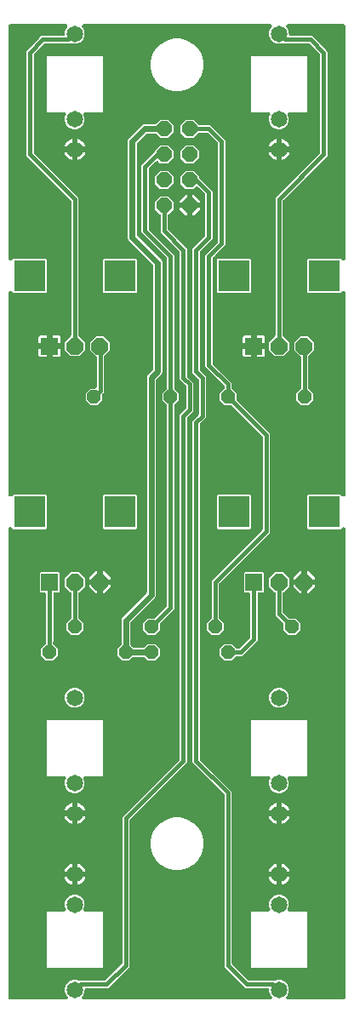
<source format=gbr>
G04 EAGLE Gerber RS-274X export*
G75*
%MOMM*%
%FSLAX34Y34*%
%LPD*%
%INTop Copper*%
%IPPOS*%
%AMOC8*
5,1,8,0,0,1.08239X$1,22.5*%
G01*
%ADD10P,1.429621X8X22.500000*%
%ADD11C,1.650000*%
%ADD12R,1.676400X1.676400*%
%ADD13P,1.814519X8X292.500000*%
%ADD14R,3.116000X3.116000*%
%ADD15P,1.429621X8X202.500000*%
%ADD16P,1.649562X8X292.500000*%
%ADD17C,0.609600*%
%ADD18C,0.406400*%

G36*
X67171Y10162D02*
X67171Y10162D01*
X67180Y10161D01*
X67372Y10182D01*
X67562Y10201D01*
X67571Y10203D01*
X67580Y10204D01*
X67762Y10262D01*
X67947Y10319D01*
X67955Y10323D01*
X67964Y10326D01*
X68132Y10419D01*
X68301Y10511D01*
X68308Y10516D01*
X68316Y10521D01*
X68464Y10646D01*
X68611Y10768D01*
X68616Y10775D01*
X68623Y10781D01*
X68743Y10933D01*
X68863Y11082D01*
X68867Y11090D01*
X68873Y11097D01*
X68960Y11270D01*
X69049Y11439D01*
X69051Y11448D01*
X69055Y11456D01*
X69107Y11641D01*
X69160Y11826D01*
X69161Y11835D01*
X69163Y11844D01*
X69177Y12036D01*
X69193Y12228D01*
X69192Y12236D01*
X69192Y12245D01*
X69169Y12435D01*
X69146Y12627D01*
X69143Y12636D01*
X69142Y12645D01*
X69081Y12826D01*
X69021Y13010D01*
X69017Y13018D01*
X69014Y13026D01*
X68918Y13194D01*
X68823Y13361D01*
X68817Y13368D01*
X68813Y13375D01*
X68598Y13628D01*
X67913Y14313D01*
X66425Y17906D01*
X66425Y21794D01*
X67913Y25387D01*
X70663Y28137D01*
X74256Y29625D01*
X78144Y29625D01*
X79436Y29090D01*
X79458Y29083D01*
X79479Y29072D01*
X79651Y29025D01*
X79822Y28973D01*
X79845Y28971D01*
X79867Y28965D01*
X80045Y28952D01*
X80222Y28935D01*
X80245Y28937D01*
X80268Y28936D01*
X80434Y28957D01*
X80452Y28957D01*
X80611Y28973D01*
X80771Y28982D01*
X80811Y28993D01*
X80853Y28997D01*
X81006Y29044D01*
X81081Y29063D01*
X82601Y28961D01*
X82659Y28963D01*
X82737Y28957D01*
X105635Y28957D01*
X105662Y28959D01*
X105689Y28957D01*
X105863Y28979D01*
X106036Y28997D01*
X106061Y29004D01*
X106088Y29008D01*
X106254Y29063D01*
X106421Y29115D01*
X106444Y29128D01*
X106470Y29136D01*
X106621Y29223D01*
X106775Y29307D01*
X106795Y29324D01*
X106819Y29337D01*
X107072Y29552D01*
X122848Y45328D01*
X122865Y45349D01*
X122886Y45367D01*
X122993Y45504D01*
X123103Y45640D01*
X123116Y45663D01*
X123132Y45685D01*
X123210Y45842D01*
X123292Y45996D01*
X123300Y46021D01*
X123312Y46045D01*
X123357Y46215D01*
X123407Y46381D01*
X123409Y46408D01*
X123416Y46434D01*
X123443Y46765D01*
X123443Y191973D01*
X179998Y248528D01*
X180015Y248549D01*
X180036Y248567D01*
X180143Y248704D01*
X180253Y248840D01*
X180266Y248863D01*
X180282Y248885D01*
X180360Y249042D01*
X180442Y249196D01*
X180450Y249221D01*
X180462Y249245D01*
X180507Y249415D01*
X180557Y249581D01*
X180559Y249608D01*
X180566Y249634D01*
X180593Y249965D01*
X180593Y592023D01*
X186348Y597778D01*
X186365Y597799D01*
X186386Y597817D01*
X186493Y597954D01*
X186603Y598090D01*
X186616Y598113D01*
X186632Y598135D01*
X186710Y598292D01*
X186792Y598446D01*
X186800Y598471D01*
X186812Y598495D01*
X186857Y598665D01*
X186907Y598831D01*
X186909Y598853D01*
X186910Y598858D01*
X186911Y598863D01*
X186916Y598884D01*
X186943Y599215D01*
X186943Y619985D01*
X186941Y620012D01*
X186943Y620039D01*
X186921Y620213D01*
X186903Y620386D01*
X186896Y620411D01*
X186892Y620438D01*
X186837Y620604D01*
X186785Y620771D01*
X186772Y620794D01*
X186764Y620820D01*
X186677Y620971D01*
X186593Y621125D01*
X186576Y621145D01*
X186563Y621169D01*
X186348Y621422D01*
X180593Y627177D01*
X180593Y753335D01*
X180591Y753362D01*
X180593Y753389D01*
X180571Y753563D01*
X180553Y753736D01*
X180546Y753761D01*
X180542Y753788D01*
X180487Y753954D01*
X180435Y754121D01*
X180422Y754144D01*
X180414Y754170D01*
X180327Y754321D01*
X180243Y754475D01*
X180226Y754495D01*
X180213Y754519D01*
X179998Y754772D01*
X161543Y773227D01*
X161543Y789883D01*
X161541Y789909D01*
X161543Y789936D01*
X161521Y790110D01*
X161503Y790283D01*
X161496Y790309D01*
X161492Y790336D01*
X161437Y790501D01*
X161385Y790668D01*
X161372Y790692D01*
X161364Y790717D01*
X161277Y790869D01*
X161193Y791022D01*
X161176Y791043D01*
X161163Y791066D01*
X160948Y791319D01*
X155955Y796312D01*
X155955Y803888D01*
X161312Y809245D01*
X168888Y809245D01*
X174245Y803888D01*
X174245Y796312D01*
X169252Y791319D01*
X169235Y791298D01*
X169214Y791281D01*
X169107Y791143D01*
X168997Y791008D01*
X168984Y790984D01*
X168968Y790963D01*
X168890Y790806D01*
X168808Y790652D01*
X168800Y790626D01*
X168788Y790602D01*
X168743Y790433D01*
X168693Y790266D01*
X168691Y790239D01*
X168684Y790213D01*
X168657Y789883D01*
X168657Y777015D01*
X168659Y776988D01*
X168657Y776961D01*
X168679Y776787D01*
X168697Y776614D01*
X168704Y776589D01*
X168708Y776562D01*
X168763Y776396D01*
X168815Y776229D01*
X168828Y776206D01*
X168836Y776180D01*
X168923Y776029D01*
X169007Y775875D01*
X169024Y775855D01*
X169037Y775831D01*
X169252Y775578D01*
X187707Y757123D01*
X187707Y630965D01*
X187709Y630938D01*
X187707Y630911D01*
X187729Y630737D01*
X187747Y630564D01*
X187754Y630539D01*
X187758Y630512D01*
X187813Y630346D01*
X187865Y630179D01*
X187878Y630156D01*
X187886Y630130D01*
X187973Y629979D01*
X188057Y629825D01*
X188074Y629805D01*
X188087Y629781D01*
X188302Y629528D01*
X194057Y623773D01*
X194057Y595427D01*
X188302Y589672D01*
X188285Y589651D01*
X188264Y589633D01*
X188157Y589496D01*
X188047Y589360D01*
X188034Y589337D01*
X188018Y589315D01*
X187940Y589158D01*
X187858Y589004D01*
X187850Y588979D01*
X187838Y588955D01*
X187793Y588785D01*
X187743Y588619D01*
X187741Y588592D01*
X187734Y588566D01*
X187707Y588235D01*
X187707Y246177D01*
X131152Y189622D01*
X131135Y189601D01*
X131114Y189583D01*
X131007Y189446D01*
X130897Y189310D01*
X130884Y189287D01*
X130868Y189265D01*
X130790Y189108D01*
X130708Y188954D01*
X130700Y188929D01*
X130688Y188905D01*
X130643Y188735D01*
X130593Y188569D01*
X130591Y188542D01*
X130584Y188516D01*
X130557Y188185D01*
X130557Y42977D01*
X109423Y21843D01*
X88006Y21843D01*
X87988Y21841D01*
X87970Y21843D01*
X87788Y21822D01*
X87605Y21803D01*
X87588Y21798D01*
X87571Y21796D01*
X87396Y21739D01*
X87220Y21685D01*
X87205Y21677D01*
X87188Y21671D01*
X87028Y21581D01*
X86866Y21493D01*
X86853Y21482D01*
X86837Y21473D01*
X86698Y21353D01*
X86557Y21236D01*
X86546Y21222D01*
X86532Y21210D01*
X86420Y21065D01*
X86305Y20922D01*
X86297Y20906D01*
X86286Y20892D01*
X86204Y20727D01*
X86119Y20565D01*
X86114Y20548D01*
X86106Y20532D01*
X86059Y20353D01*
X86008Y20178D01*
X86006Y20160D01*
X86002Y20143D01*
X85975Y19812D01*
X85975Y17906D01*
X84487Y14313D01*
X83802Y13628D01*
X83796Y13621D01*
X83789Y13616D01*
X83670Y13467D01*
X83547Y13317D01*
X83543Y13309D01*
X83537Y13302D01*
X83449Y13132D01*
X83358Y12961D01*
X83356Y12952D01*
X83351Y12945D01*
X83298Y12760D01*
X83243Y12575D01*
X83243Y12566D01*
X83240Y12558D01*
X83224Y12367D01*
X83207Y12174D01*
X83208Y12165D01*
X83207Y12156D01*
X83229Y11967D01*
X83250Y11774D01*
X83253Y11765D01*
X83254Y11757D01*
X83314Y11574D01*
X83372Y11390D01*
X83376Y11382D01*
X83379Y11374D01*
X83474Y11206D01*
X83567Y11038D01*
X83572Y11031D01*
X83577Y11023D01*
X83703Y10877D01*
X83827Y10731D01*
X83834Y10725D01*
X83840Y10718D01*
X83993Y10600D01*
X84143Y10481D01*
X84151Y10477D01*
X84158Y10472D01*
X84330Y10386D01*
X84502Y10299D01*
X84511Y10296D01*
X84519Y10292D01*
X84704Y10243D01*
X84890Y10191D01*
X84899Y10190D01*
X84907Y10188D01*
X85238Y10161D01*
X270362Y10161D01*
X270371Y10162D01*
X270380Y10161D01*
X270572Y10182D01*
X270762Y10201D01*
X270771Y10203D01*
X270780Y10204D01*
X270962Y10262D01*
X271147Y10319D01*
X271155Y10323D01*
X271164Y10326D01*
X271332Y10419D01*
X271501Y10511D01*
X271508Y10516D01*
X271516Y10521D01*
X271664Y10646D01*
X271811Y10768D01*
X271816Y10775D01*
X271823Y10781D01*
X271943Y10933D01*
X272063Y11082D01*
X272067Y11090D01*
X272073Y11097D01*
X272160Y11270D01*
X272249Y11439D01*
X272251Y11448D01*
X272255Y11456D01*
X272307Y11641D01*
X272360Y11826D01*
X272361Y11835D01*
X272363Y11844D01*
X272377Y12036D01*
X272393Y12228D01*
X272392Y12236D01*
X272392Y12245D01*
X272369Y12435D01*
X272346Y12627D01*
X272343Y12636D01*
X272342Y12645D01*
X272281Y12826D01*
X272221Y13010D01*
X272217Y13018D01*
X272214Y13026D01*
X272118Y13194D01*
X272023Y13361D01*
X272017Y13368D01*
X272013Y13375D01*
X271798Y13628D01*
X271113Y14313D01*
X269625Y17906D01*
X269625Y19812D01*
X269623Y19830D01*
X269625Y19848D01*
X269604Y20030D01*
X269585Y20213D01*
X269580Y20230D01*
X269578Y20247D01*
X269521Y20422D01*
X269467Y20598D01*
X269459Y20613D01*
X269453Y20630D01*
X269363Y20790D01*
X269275Y20952D01*
X269264Y20965D01*
X269255Y20981D01*
X269135Y21120D01*
X269018Y21261D01*
X269004Y21272D01*
X268992Y21286D01*
X268847Y21398D01*
X268704Y21513D01*
X268688Y21521D01*
X268674Y21532D01*
X268509Y21614D01*
X268347Y21699D01*
X268330Y21704D01*
X268314Y21712D01*
X268135Y21759D01*
X267960Y21810D01*
X267942Y21812D01*
X267925Y21816D01*
X267594Y21843D01*
X246177Y21843D01*
X225043Y42977D01*
X225043Y213585D01*
X225041Y213612D01*
X225043Y213639D01*
X225021Y213813D01*
X225003Y213986D01*
X224996Y214011D01*
X224992Y214038D01*
X224937Y214204D01*
X224885Y214371D01*
X224872Y214394D01*
X224864Y214420D01*
X224777Y214571D01*
X224693Y214725D01*
X224676Y214745D01*
X224663Y214769D01*
X224448Y215022D01*
X193293Y246177D01*
X193293Y585673D01*
X199048Y591428D01*
X199065Y591449D01*
X199086Y591467D01*
X199193Y591604D01*
X199303Y591740D01*
X199316Y591763D01*
X199332Y591785D01*
X199410Y591942D01*
X199492Y592096D01*
X199500Y592121D01*
X199512Y592145D01*
X199557Y592315D01*
X199607Y592481D01*
X199609Y592508D01*
X199616Y592534D01*
X199643Y592865D01*
X199643Y626335D01*
X199641Y626362D01*
X199643Y626389D01*
X199621Y626563D01*
X199603Y626736D01*
X199596Y626761D01*
X199592Y626788D01*
X199537Y626954D01*
X199485Y627121D01*
X199472Y627144D01*
X199464Y627170D01*
X199377Y627321D01*
X199293Y627475D01*
X199276Y627495D01*
X199263Y627519D01*
X199048Y627772D01*
X193293Y633527D01*
X193293Y757123D01*
X205398Y769228D01*
X205415Y769249D01*
X205436Y769267D01*
X205543Y769404D01*
X205653Y769540D01*
X205666Y769563D01*
X205682Y769585D01*
X205760Y769742D01*
X205842Y769896D01*
X205850Y769921D01*
X205862Y769945D01*
X205907Y770115D01*
X205957Y770281D01*
X205959Y770308D01*
X205966Y770334D01*
X205993Y770665D01*
X205993Y810485D01*
X205992Y810498D01*
X205993Y810509D01*
X205991Y810522D01*
X205993Y810539D01*
X205971Y810713D01*
X205953Y810886D01*
X205946Y810912D01*
X205942Y810938D01*
X205887Y811104D01*
X205835Y811271D01*
X205822Y811295D01*
X205814Y811320D01*
X205727Y811471D01*
X205643Y811625D01*
X205626Y811645D01*
X205613Y811669D01*
X205398Y811922D01*
X199063Y818257D01*
X199049Y818269D01*
X199037Y818282D01*
X198894Y818396D01*
X198751Y818512D01*
X198735Y818521D01*
X198721Y818532D01*
X198557Y818615D01*
X198395Y818701D01*
X198378Y818706D01*
X198362Y818714D01*
X198185Y818764D01*
X198009Y818816D01*
X197992Y818818D01*
X197975Y818822D01*
X197791Y818836D01*
X197609Y818852D01*
X197591Y818850D01*
X197573Y818852D01*
X197391Y818829D01*
X197208Y818809D01*
X197191Y818804D01*
X197174Y818801D01*
X197000Y818743D01*
X196824Y818687D01*
X196809Y818679D01*
X196792Y818673D01*
X196633Y818582D01*
X196472Y818493D01*
X196458Y818481D01*
X196443Y818472D01*
X196190Y818257D01*
X194288Y816355D01*
X186712Y816355D01*
X181355Y821712D01*
X181355Y829288D01*
X186712Y834645D01*
X194288Y834645D01*
X199645Y829288D01*
X199645Y828577D01*
X199647Y828550D01*
X199645Y828523D01*
X199667Y828350D01*
X199685Y828176D01*
X199693Y828150D01*
X199696Y828124D01*
X199751Y827958D01*
X199803Y827791D01*
X199816Y827768D01*
X199824Y827742D01*
X199911Y827590D01*
X199995Y827437D01*
X200012Y827417D01*
X200025Y827393D01*
X200240Y827140D01*
X201002Y826378D01*
X210428Y816952D01*
X213107Y814273D01*
X213107Y766877D01*
X201002Y754772D01*
X200985Y754751D01*
X200964Y754733D01*
X200857Y754596D01*
X200747Y754460D01*
X200734Y754437D01*
X200718Y754415D01*
X200640Y754258D01*
X200558Y754104D01*
X200550Y754079D01*
X200538Y754055D01*
X200493Y753885D01*
X200443Y753719D01*
X200441Y753692D01*
X200434Y753666D01*
X200407Y753335D01*
X200407Y637315D01*
X200409Y637288D01*
X200407Y637261D01*
X200429Y637087D01*
X200447Y636914D01*
X200454Y636889D01*
X200458Y636862D01*
X200513Y636696D01*
X200565Y636529D01*
X200578Y636506D01*
X200586Y636480D01*
X200673Y636329D01*
X200757Y636175D01*
X200774Y636155D01*
X200787Y636131D01*
X201002Y635878D01*
X206757Y630123D01*
X206757Y589077D01*
X201002Y583322D01*
X200985Y583301D01*
X200964Y583283D01*
X200857Y583146D01*
X200747Y583010D01*
X200734Y582987D01*
X200718Y582965D01*
X200640Y582808D01*
X200558Y582654D01*
X200550Y582629D01*
X200538Y582605D01*
X200493Y582435D01*
X200443Y582269D01*
X200441Y582242D01*
X200434Y582216D01*
X200407Y581885D01*
X200407Y249965D01*
X200409Y249938D01*
X200407Y249911D01*
X200429Y249737D01*
X200447Y249564D01*
X200454Y249539D01*
X200458Y249512D01*
X200513Y249346D01*
X200565Y249179D01*
X200578Y249156D01*
X200586Y249130D01*
X200673Y248979D01*
X200757Y248825D01*
X200774Y248805D01*
X200787Y248781D01*
X201002Y248528D01*
X232157Y217373D01*
X232157Y46765D01*
X232159Y46738D01*
X232157Y46711D01*
X232179Y46537D01*
X232197Y46364D01*
X232204Y46339D01*
X232208Y46312D01*
X232263Y46146D01*
X232315Y45979D01*
X232328Y45956D01*
X232336Y45930D01*
X232423Y45779D01*
X232507Y45625D01*
X232524Y45605D01*
X232537Y45581D01*
X232752Y45328D01*
X248528Y29552D01*
X248549Y29535D01*
X248567Y29514D01*
X248704Y29407D01*
X248840Y29297D01*
X248863Y29284D01*
X248885Y29268D01*
X249042Y29190D01*
X249196Y29108D01*
X249221Y29100D01*
X249245Y29088D01*
X249415Y29043D01*
X249581Y28993D01*
X249608Y28991D01*
X249634Y28984D01*
X249965Y28957D01*
X272863Y28957D01*
X272920Y28962D01*
X272999Y28961D01*
X274503Y29062D01*
X274507Y29061D01*
X274663Y29025D01*
X274817Y28984D01*
X274864Y28980D01*
X274899Y28972D01*
X274987Y28970D01*
X275039Y28966D01*
X275047Y28964D01*
X275225Y28951D01*
X275403Y28935D01*
X275426Y28937D01*
X275449Y28936D01*
X275626Y28959D01*
X275803Y28978D01*
X275825Y28985D01*
X275848Y28988D01*
X276164Y29090D01*
X277456Y29625D01*
X281344Y29625D01*
X284937Y28137D01*
X287687Y25387D01*
X289175Y21794D01*
X289175Y17906D01*
X287687Y14313D01*
X287002Y13628D01*
X286996Y13621D01*
X286989Y13616D01*
X286870Y13467D01*
X286747Y13317D01*
X286743Y13309D01*
X286737Y13302D01*
X286649Y13132D01*
X286558Y12961D01*
X286556Y12952D01*
X286551Y12945D01*
X286498Y12760D01*
X286443Y12575D01*
X286443Y12566D01*
X286440Y12558D01*
X286424Y12367D01*
X286407Y12174D01*
X286408Y12165D01*
X286407Y12156D01*
X286429Y11967D01*
X286450Y11774D01*
X286453Y11765D01*
X286454Y11757D01*
X286514Y11574D01*
X286572Y11390D01*
X286576Y11382D01*
X286579Y11374D01*
X286674Y11206D01*
X286767Y11038D01*
X286772Y11031D01*
X286777Y11023D01*
X286903Y10877D01*
X287027Y10731D01*
X287034Y10725D01*
X287040Y10718D01*
X287193Y10600D01*
X287343Y10481D01*
X287351Y10477D01*
X287358Y10472D01*
X287530Y10386D01*
X287702Y10299D01*
X287711Y10296D01*
X287719Y10292D01*
X287904Y10243D01*
X288090Y10191D01*
X288099Y10190D01*
X288107Y10188D01*
X288438Y10161D01*
X343408Y10161D01*
X343426Y10163D01*
X343444Y10161D01*
X343626Y10182D01*
X343809Y10201D01*
X343826Y10206D01*
X343843Y10208D01*
X344018Y10265D01*
X344194Y10319D01*
X344209Y10327D01*
X344226Y10333D01*
X344386Y10423D01*
X344548Y10511D01*
X344561Y10522D01*
X344577Y10531D01*
X344716Y10651D01*
X344857Y10768D01*
X344868Y10782D01*
X344882Y10794D01*
X344994Y10939D01*
X345109Y11082D01*
X345117Y11098D01*
X345128Y11112D01*
X345210Y11277D01*
X345295Y11439D01*
X345300Y11456D01*
X345308Y11472D01*
X345355Y11651D01*
X345406Y11826D01*
X345408Y11844D01*
X345412Y11861D01*
X345439Y12192D01*
X345439Y478119D01*
X345438Y478128D01*
X345439Y478137D01*
X345418Y478329D01*
X345399Y478520D01*
X345397Y478528D01*
X345396Y478537D01*
X345338Y478719D01*
X345281Y478905D01*
X345277Y478913D01*
X345274Y478921D01*
X345181Y479089D01*
X345089Y479259D01*
X345084Y479265D01*
X345079Y479273D01*
X344954Y479421D01*
X344832Y479568D01*
X344825Y479573D01*
X344819Y479580D01*
X344667Y479700D01*
X344518Y479820D01*
X344510Y479824D01*
X344503Y479830D01*
X344331Y479917D01*
X344161Y480006D01*
X344152Y480008D01*
X344144Y480012D01*
X343958Y480064D01*
X343774Y480117D01*
X343765Y480118D01*
X343756Y480120D01*
X343564Y480134D01*
X343372Y480150D01*
X343364Y480149D01*
X343355Y480150D01*
X343162Y480125D01*
X342973Y480103D01*
X342964Y480100D01*
X342955Y480099D01*
X342772Y480038D01*
X342590Y479978D01*
X342582Y479974D01*
X342574Y479971D01*
X342408Y479876D01*
X342239Y479780D01*
X342232Y479775D01*
X342225Y479770D01*
X341972Y479555D01*
X340612Y478195D01*
X308188Y478195D01*
X307295Y479088D01*
X307295Y511512D01*
X308188Y512405D01*
X340612Y512405D01*
X341972Y511045D01*
X341979Y511039D01*
X341984Y511032D01*
X342134Y510912D01*
X342283Y510790D01*
X342291Y510785D01*
X342298Y510780D01*
X342468Y510691D01*
X342639Y510601D01*
X342648Y510598D01*
X342655Y510594D01*
X342840Y510541D01*
X343025Y510486D01*
X343034Y510485D01*
X343042Y510483D01*
X343233Y510467D01*
X343426Y510450D01*
X343435Y510451D01*
X343444Y510450D01*
X343633Y510472D01*
X343826Y510493D01*
X343835Y510496D01*
X343843Y510497D01*
X344025Y510556D01*
X344210Y510615D01*
X344218Y510619D01*
X344226Y510622D01*
X344393Y510716D01*
X344562Y510809D01*
X344569Y510815D01*
X344577Y510820D01*
X344722Y510945D01*
X344869Y511070D01*
X344875Y511077D01*
X344882Y511083D01*
X344998Y511233D01*
X345119Y511386D01*
X345123Y511394D01*
X345128Y511401D01*
X345214Y511572D01*
X345301Y511745D01*
X345304Y511753D01*
X345308Y511761D01*
X345358Y511947D01*
X345409Y512133D01*
X345410Y512142D01*
X345412Y512150D01*
X345439Y512481D01*
X345439Y713069D01*
X345438Y713078D01*
X345439Y713087D01*
X345418Y713279D01*
X345399Y713470D01*
X345397Y713478D01*
X345396Y713487D01*
X345338Y713669D01*
X345281Y713855D01*
X345277Y713863D01*
X345274Y713871D01*
X345181Y714039D01*
X345089Y714209D01*
X345084Y714215D01*
X345079Y714223D01*
X344954Y714371D01*
X344832Y714518D01*
X344825Y714523D01*
X344819Y714530D01*
X344667Y714650D01*
X344518Y714770D01*
X344510Y714774D01*
X344503Y714780D01*
X344331Y714867D01*
X344161Y714956D01*
X344152Y714958D01*
X344144Y714962D01*
X343958Y715014D01*
X343774Y715067D01*
X343765Y715068D01*
X343756Y715070D01*
X343564Y715084D01*
X343372Y715100D01*
X343364Y715099D01*
X343355Y715100D01*
X343162Y715075D01*
X342973Y715053D01*
X342964Y715050D01*
X342955Y715049D01*
X342772Y714988D01*
X342590Y714928D01*
X342582Y714924D01*
X342574Y714921D01*
X342408Y714826D01*
X342239Y714730D01*
X342232Y714725D01*
X342225Y714720D01*
X341972Y714505D01*
X340612Y713145D01*
X308188Y713145D01*
X307295Y714038D01*
X307295Y746462D01*
X308188Y747355D01*
X340612Y747355D01*
X341972Y745995D01*
X341979Y745989D01*
X341984Y745982D01*
X342134Y745862D01*
X342283Y745740D01*
X342291Y745735D01*
X342298Y745730D01*
X342468Y745641D01*
X342639Y745551D01*
X342648Y745548D01*
X342655Y745544D01*
X342840Y745491D01*
X343025Y745436D01*
X343034Y745435D01*
X343042Y745433D01*
X343233Y745417D01*
X343426Y745400D01*
X343435Y745401D01*
X343444Y745400D01*
X343633Y745422D01*
X343826Y745443D01*
X343835Y745446D01*
X343843Y745447D01*
X344025Y745506D01*
X344210Y745565D01*
X344218Y745569D01*
X344226Y745572D01*
X344393Y745666D01*
X344562Y745759D01*
X344569Y745765D01*
X344577Y745770D01*
X344722Y745895D01*
X344869Y746020D01*
X344875Y746027D01*
X344882Y746033D01*
X344998Y746183D01*
X345119Y746336D01*
X345123Y746344D01*
X345128Y746351D01*
X345214Y746522D01*
X345301Y746695D01*
X345304Y746703D01*
X345308Y746711D01*
X345357Y746897D01*
X345409Y747083D01*
X345410Y747092D01*
X345412Y747100D01*
X345439Y747431D01*
X345439Y978405D01*
X345437Y978423D01*
X345439Y978441D01*
X345417Y978623D01*
X345399Y978805D01*
X345394Y978823D01*
X345392Y978841D01*
X345335Y979014D01*
X345281Y979190D01*
X345273Y979206D01*
X345267Y979223D01*
X345177Y979383D01*
X345089Y979544D01*
X345078Y979558D01*
X345069Y979574D01*
X344949Y979712D01*
X344832Y979853D01*
X344818Y979865D01*
X344806Y979879D01*
X344661Y979991D01*
X344518Y980106D01*
X344502Y980114D01*
X344488Y980125D01*
X344323Y980207D01*
X344161Y980291D01*
X344143Y980296D01*
X344127Y980304D01*
X343950Y980352D01*
X343774Y980403D01*
X343756Y980404D01*
X343738Y980409D01*
X343407Y980436D01*
X288456Y980420D01*
X288448Y980420D01*
X288439Y980420D01*
X288248Y980400D01*
X288056Y980380D01*
X288047Y980378D01*
X288039Y980377D01*
X287858Y980320D01*
X287671Y980262D01*
X287663Y980258D01*
X287655Y980255D01*
X287487Y980162D01*
X287317Y980070D01*
X287310Y980065D01*
X287303Y980061D01*
X287155Y979935D01*
X287008Y979812D01*
X287002Y979806D01*
X286996Y979800D01*
X286875Y979647D01*
X286756Y979499D01*
X286752Y979491D01*
X286746Y979484D01*
X286658Y979311D01*
X286570Y979141D01*
X286568Y979133D01*
X286564Y979125D01*
X286512Y978939D01*
X286459Y978754D01*
X286458Y978746D01*
X286456Y978737D01*
X286442Y978545D01*
X286426Y978353D01*
X286427Y978344D01*
X286426Y978336D01*
X286451Y978145D01*
X286473Y977953D01*
X286476Y977945D01*
X286477Y977936D01*
X286538Y977754D01*
X286598Y977570D01*
X286602Y977563D01*
X286605Y977555D01*
X286702Y977386D01*
X286796Y977220D01*
X286802Y977213D01*
X286806Y977206D01*
X287021Y976953D01*
X287687Y976287D01*
X289175Y972694D01*
X289175Y970788D01*
X289177Y970770D01*
X289175Y970752D01*
X289196Y970570D01*
X289215Y970387D01*
X289220Y970370D01*
X289222Y970353D01*
X289279Y970178D01*
X289333Y970002D01*
X289341Y969987D01*
X289347Y969970D01*
X289437Y969810D01*
X289525Y969648D01*
X289536Y969635D01*
X289545Y969619D01*
X289665Y969480D01*
X289782Y969339D01*
X289796Y969328D01*
X289808Y969314D01*
X289953Y969202D01*
X290096Y969087D01*
X290112Y969079D01*
X290126Y969068D01*
X290291Y968986D01*
X290453Y968901D01*
X290470Y968896D01*
X290486Y968888D01*
X290665Y968841D01*
X290840Y968790D01*
X290858Y968788D01*
X290875Y968784D01*
X291206Y968757D01*
X308935Y968757D01*
X309131Y968776D01*
X309327Y968795D01*
X309331Y968796D01*
X309335Y968797D01*
X309386Y968812D01*
X311173Y968758D01*
X311201Y968760D01*
X311235Y968757D01*
X312687Y968757D01*
X313682Y967699D01*
X313703Y967681D01*
X313725Y967655D01*
X314999Y966381D01*
X315052Y966283D01*
X315055Y966279D01*
X315057Y966276D01*
X315076Y966252D01*
X315259Y966024D01*
X326382Y954199D01*
X326403Y954181D01*
X326425Y954155D01*
X327452Y953128D01*
X327408Y951677D01*
X327410Y951649D01*
X327407Y951615D01*
X327407Y849427D01*
X283552Y805572D01*
X283535Y805551D01*
X283514Y805533D01*
X283407Y805396D01*
X283297Y805260D01*
X283284Y805237D01*
X283268Y805215D01*
X283190Y805058D01*
X283108Y804904D01*
X283100Y804879D01*
X283088Y804855D01*
X283043Y804685D01*
X282993Y804519D01*
X282991Y804492D01*
X282984Y804466D01*
X282957Y804135D01*
X282957Y671545D01*
X282959Y671518D01*
X282957Y671492D01*
X282979Y671318D01*
X282997Y671144D01*
X283004Y671119D01*
X283008Y671092D01*
X283063Y670926D01*
X283115Y670759D01*
X283128Y670736D01*
X283136Y670710D01*
X283223Y670559D01*
X283307Y670405D01*
X283324Y670385D01*
X283337Y670362D01*
X283552Y670109D01*
X289307Y664353D01*
X289307Y656147D01*
X283503Y650343D01*
X275297Y650343D01*
X269493Y656147D01*
X269493Y664353D01*
X275248Y670109D01*
X275265Y670129D01*
X275286Y670147D01*
X275393Y670285D01*
X275503Y670420D01*
X275516Y670444D01*
X275532Y670465D01*
X275610Y670622D01*
X275692Y670776D01*
X275700Y670801D01*
X275712Y670825D01*
X275757Y670995D01*
X275807Y671162D01*
X275809Y671188D01*
X275816Y671214D01*
X275843Y671545D01*
X275843Y807923D01*
X319698Y851778D01*
X319715Y851799D01*
X319736Y851817D01*
X319843Y851954D01*
X319953Y852090D01*
X319966Y852113D01*
X319982Y852135D01*
X320060Y852292D01*
X320142Y852446D01*
X320150Y852471D01*
X320162Y852495D01*
X320207Y852665D01*
X320257Y852831D01*
X320259Y852858D01*
X320266Y852884D01*
X320293Y853215D01*
X320293Y949485D01*
X320274Y949683D01*
X320255Y949877D01*
X320254Y949881D01*
X320253Y949885D01*
X320196Y950072D01*
X320139Y950262D01*
X320137Y950266D01*
X320135Y950270D01*
X320042Y950442D01*
X319948Y950617D01*
X319945Y950621D01*
X319943Y950624D01*
X319924Y950648D01*
X319741Y950876D01*
X310214Y961004D01*
X310171Y961042D01*
X310133Y961086D01*
X310019Y961174D01*
X309911Y961268D01*
X309860Y961297D01*
X309815Y961332D01*
X309686Y961396D01*
X309561Y961468D01*
X309506Y961486D01*
X309454Y961512D01*
X309315Y961549D01*
X309179Y961594D01*
X309121Y961601D01*
X309066Y961616D01*
X308858Y961633D01*
X308779Y961643D01*
X308759Y961641D01*
X308735Y961643D01*
X285937Y961643D01*
X285880Y961638D01*
X285801Y961639D01*
X284297Y961538D01*
X284293Y961539D01*
X284137Y961575D01*
X283983Y961616D01*
X283936Y961620D01*
X283901Y961628D01*
X283813Y961630D01*
X283761Y961634D01*
X283753Y961636D01*
X283575Y961649D01*
X283397Y961665D01*
X283374Y961663D01*
X283351Y961664D01*
X283174Y961641D01*
X282997Y961622D01*
X282975Y961615D01*
X282952Y961612D01*
X282636Y961510D01*
X281344Y960975D01*
X277456Y960975D01*
X273863Y962463D01*
X271113Y965213D01*
X269625Y968806D01*
X269625Y972694D01*
X271113Y976287D01*
X271774Y976948D01*
X271780Y976955D01*
X271787Y976961D01*
X271906Y977109D01*
X272029Y977259D01*
X272034Y977267D01*
X272039Y977275D01*
X272127Y977444D01*
X272218Y977615D01*
X272221Y977624D01*
X272225Y977632D01*
X272278Y977816D01*
X272333Y978001D01*
X272334Y978010D01*
X272336Y978019D01*
X272352Y978209D01*
X272369Y978402D01*
X272368Y978411D01*
X272369Y978420D01*
X272346Y978610D01*
X272326Y978802D01*
X272323Y978811D01*
X272322Y978820D01*
X272262Y979002D01*
X272204Y979186D01*
X272200Y979194D01*
X272197Y979203D01*
X272103Y979369D01*
X272009Y979538D01*
X272003Y979545D01*
X271999Y979553D01*
X271874Y979698D01*
X271749Y979845D01*
X271742Y979851D01*
X271736Y979858D01*
X271583Y979976D01*
X271433Y980095D01*
X271425Y980099D01*
X271417Y980105D01*
X271246Y980190D01*
X271074Y980277D01*
X271065Y980280D01*
X271057Y980284D01*
X270872Y980333D01*
X270686Y980385D01*
X270677Y980386D01*
X270668Y980388D01*
X270337Y980415D01*
X85314Y980363D01*
X85305Y980362D01*
X85296Y980363D01*
X85105Y980342D01*
X84913Y980323D01*
X84905Y980321D01*
X84896Y980320D01*
X84714Y980262D01*
X84528Y980205D01*
X84520Y980201D01*
X84512Y980198D01*
X84343Y980105D01*
X84174Y980013D01*
X84168Y980008D01*
X84160Y980003D01*
X84012Y979878D01*
X83865Y979755D01*
X83860Y979749D01*
X83853Y979743D01*
X83732Y979590D01*
X83613Y979441D01*
X83609Y979434D01*
X83603Y979427D01*
X83515Y979254D01*
X83427Y979084D01*
X83425Y979076D01*
X83421Y979068D01*
X83369Y978880D01*
X83316Y978697D01*
X83315Y978689D01*
X83313Y978680D01*
X83299Y978487D01*
X83283Y978296D01*
X83284Y978287D01*
X83284Y978279D01*
X83308Y978088D01*
X83330Y977896D01*
X83333Y977888D01*
X83334Y977879D01*
X83396Y977696D01*
X83455Y977513D01*
X83459Y977506D01*
X83462Y977498D01*
X83559Y977329D01*
X83653Y977163D01*
X83659Y977156D01*
X83663Y977149D01*
X83878Y976896D01*
X84487Y976287D01*
X85975Y972694D01*
X85975Y968806D01*
X84487Y965213D01*
X81737Y962463D01*
X78144Y960975D01*
X74256Y960975D01*
X72964Y961510D01*
X72942Y961517D01*
X72921Y961528D01*
X72749Y961575D01*
X72578Y961627D01*
X72555Y961629D01*
X72533Y961635D01*
X72355Y961648D01*
X72178Y961665D01*
X72155Y961663D01*
X72132Y961664D01*
X71966Y961643D01*
X71948Y961643D01*
X71789Y961627D01*
X71629Y961618D01*
X71589Y961607D01*
X71547Y961603D01*
X71394Y961556D01*
X71319Y961537D01*
X69799Y961639D01*
X69741Y961637D01*
X69663Y961643D01*
X46865Y961643D01*
X46808Y961638D01*
X46750Y961640D01*
X46608Y961618D01*
X46465Y961603D01*
X46409Y961586D01*
X46352Y961577D01*
X46217Y961527D01*
X46080Y961485D01*
X46029Y961458D01*
X45975Y961438D01*
X45852Y961362D01*
X45726Y961293D01*
X45681Y961257D01*
X45632Y961226D01*
X45477Y961087D01*
X45416Y961036D01*
X45404Y961020D01*
X45386Y961004D01*
X35859Y950876D01*
X35735Y950716D01*
X35618Y950565D01*
X35616Y950561D01*
X35613Y950557D01*
X35524Y950377D01*
X35438Y950204D01*
X35437Y950200D01*
X35435Y950196D01*
X35386Y950008D01*
X35334Y949815D01*
X35333Y949810D01*
X35332Y949807D01*
X35331Y949776D01*
X35307Y949485D01*
X35307Y853215D01*
X35309Y853188D01*
X35307Y853161D01*
X35329Y852987D01*
X35347Y852814D01*
X35354Y852788D01*
X35358Y852762D01*
X35413Y852596D01*
X35465Y852429D01*
X35478Y852405D01*
X35486Y852380D01*
X35573Y852229D01*
X35657Y852075D01*
X35674Y852055D01*
X35687Y852031D01*
X35902Y851778D01*
X77078Y810602D01*
X79757Y807923D01*
X79757Y671545D01*
X79759Y671518D01*
X79757Y671492D01*
X79779Y671318D01*
X79797Y671144D01*
X79804Y671119D01*
X79808Y671092D01*
X79863Y670926D01*
X79915Y670759D01*
X79928Y670736D01*
X79936Y670710D01*
X80023Y670559D01*
X80107Y670405D01*
X80124Y670385D01*
X80137Y670362D01*
X80352Y670109D01*
X86107Y664353D01*
X86107Y656147D01*
X80303Y650343D01*
X72097Y650343D01*
X66293Y656147D01*
X66293Y664353D01*
X72048Y670109D01*
X72065Y670129D01*
X72086Y670147D01*
X72193Y670285D01*
X72303Y670420D01*
X72316Y670444D01*
X72332Y670465D01*
X72410Y670622D01*
X72492Y670776D01*
X72500Y670801D01*
X72512Y670825D01*
X72557Y670995D01*
X72607Y671162D01*
X72609Y671188D01*
X72616Y671214D01*
X72643Y671545D01*
X72643Y804135D01*
X72641Y804162D01*
X72643Y804189D01*
X72621Y804363D01*
X72603Y804536D01*
X72596Y804562D01*
X72592Y804588D01*
X72537Y804754D01*
X72485Y804921D01*
X72472Y804945D01*
X72464Y804970D01*
X72377Y805121D01*
X72293Y805275D01*
X72276Y805295D01*
X72263Y805319D01*
X72048Y805572D01*
X30872Y846748D01*
X28193Y849427D01*
X28193Y951615D01*
X28191Y951642D01*
X28192Y951677D01*
X28148Y953128D01*
X29175Y954155D01*
X29192Y954176D01*
X29218Y954199D01*
X40341Y966023D01*
X40463Y966181D01*
X40582Y966335D01*
X40584Y966339D01*
X40587Y966343D01*
X40611Y966391D01*
X41875Y967655D01*
X41892Y967676D01*
X41918Y967700D01*
X42913Y968757D01*
X44365Y968757D01*
X44393Y968759D01*
X44427Y968758D01*
X46227Y968813D01*
X46335Y968784D01*
X46339Y968783D01*
X46343Y968783D01*
X46373Y968781D01*
X46665Y968757D01*
X64394Y968757D01*
X64412Y968759D01*
X64430Y968757D01*
X64612Y968778D01*
X64795Y968797D01*
X64812Y968802D01*
X64829Y968804D01*
X65004Y968861D01*
X65180Y968915D01*
X65195Y968923D01*
X65212Y968929D01*
X65372Y969019D01*
X65534Y969107D01*
X65547Y969118D01*
X65563Y969127D01*
X65702Y969247D01*
X65843Y969364D01*
X65854Y969378D01*
X65868Y969390D01*
X65980Y969535D01*
X66095Y969678D01*
X66103Y969694D01*
X66114Y969708D01*
X66196Y969873D01*
X66281Y970035D01*
X66286Y970052D01*
X66294Y970068D01*
X66341Y970247D01*
X66392Y970422D01*
X66394Y970440D01*
X66398Y970457D01*
X66425Y970788D01*
X66425Y972694D01*
X67913Y976287D01*
X68517Y976891D01*
X68523Y976898D01*
X68530Y976904D01*
X68649Y977052D01*
X68772Y977202D01*
X68777Y977210D01*
X68782Y977217D01*
X68870Y977386D01*
X68961Y977558D01*
X68963Y977567D01*
X68968Y977575D01*
X69020Y977758D01*
X69076Y977944D01*
X69076Y977953D01*
X69079Y977962D01*
X69094Y978152D01*
X69112Y978345D01*
X69111Y978354D01*
X69112Y978363D01*
X69089Y978553D01*
X69069Y978745D01*
X69066Y978754D01*
X69065Y978763D01*
X69005Y978945D01*
X68947Y979129D01*
X68943Y979137D01*
X68940Y979146D01*
X68845Y979313D01*
X68752Y979481D01*
X68746Y979488D01*
X68742Y979496D01*
X68616Y979642D01*
X68492Y979788D01*
X68484Y979794D01*
X68478Y979801D01*
X68326Y979919D01*
X68176Y980038D01*
X68168Y980042D01*
X68160Y980048D01*
X67988Y980133D01*
X67817Y980220D01*
X67808Y980223D01*
X67800Y980227D01*
X67614Y980277D01*
X67429Y980328D01*
X67420Y980329D01*
X67411Y980331D01*
X67080Y980358D01*
X12191Y980343D01*
X12174Y980341D01*
X12156Y980342D01*
X11974Y980321D01*
X11791Y980303D01*
X11774Y980298D01*
X11757Y980295D01*
X11582Y980239D01*
X11406Y980184D01*
X11390Y980176D01*
X11374Y980171D01*
X11214Y980080D01*
X11052Y979993D01*
X11038Y979981D01*
X11023Y979973D01*
X10884Y979852D01*
X10743Y979735D01*
X10732Y979721D01*
X10718Y979710D01*
X10606Y979564D01*
X10491Y979421D01*
X10482Y979405D01*
X10472Y979391D01*
X10390Y979226D01*
X10305Y979064D01*
X10300Y979047D01*
X10292Y979031D01*
X10244Y978852D01*
X10194Y978677D01*
X10192Y978659D01*
X10188Y978642D01*
X10161Y978311D01*
X10161Y747431D01*
X10162Y747422D01*
X10161Y747413D01*
X10182Y747221D01*
X10201Y747030D01*
X10203Y747022D01*
X10204Y747013D01*
X10262Y746831D01*
X10319Y746645D01*
X10323Y746637D01*
X10326Y746629D01*
X10419Y746461D01*
X10511Y746291D01*
X10516Y746285D01*
X10521Y746277D01*
X10646Y746129D01*
X10768Y745982D01*
X10775Y745977D01*
X10781Y745970D01*
X10933Y745850D01*
X11082Y745730D01*
X11090Y745726D01*
X11097Y745720D01*
X11269Y745633D01*
X11439Y745544D01*
X11448Y745542D01*
X11456Y745538D01*
X11642Y745486D01*
X11826Y745433D01*
X11835Y745432D01*
X11844Y745430D01*
X12036Y745416D01*
X12228Y745400D01*
X12236Y745401D01*
X12245Y745400D01*
X12438Y745425D01*
X12627Y745447D01*
X12636Y745450D01*
X12645Y745451D01*
X12828Y745512D01*
X13010Y745572D01*
X13018Y745576D01*
X13026Y745579D01*
X13192Y745674D01*
X13361Y745770D01*
X13368Y745775D01*
X13375Y745780D01*
X13628Y745995D01*
X14988Y747355D01*
X47412Y747355D01*
X48305Y746462D01*
X48305Y714038D01*
X47412Y713145D01*
X14988Y713145D01*
X13628Y714505D01*
X13621Y714511D01*
X13616Y714518D01*
X13466Y714638D01*
X13317Y714760D01*
X13309Y714765D01*
X13302Y714770D01*
X13132Y714859D01*
X12961Y714949D01*
X12952Y714952D01*
X12945Y714956D01*
X12760Y715009D01*
X12575Y715064D01*
X12566Y715065D01*
X12558Y715067D01*
X12367Y715083D01*
X12174Y715100D01*
X12165Y715099D01*
X12156Y715100D01*
X11967Y715078D01*
X11774Y715057D01*
X11765Y715054D01*
X11757Y715053D01*
X11575Y714994D01*
X11390Y714935D01*
X11382Y714931D01*
X11374Y714928D01*
X11207Y714834D01*
X11038Y714741D01*
X11031Y714735D01*
X11023Y714730D01*
X10878Y714605D01*
X10731Y714480D01*
X10725Y714473D01*
X10718Y714467D01*
X10602Y714317D01*
X10481Y714164D01*
X10477Y714156D01*
X10472Y714149D01*
X10386Y713978D01*
X10299Y713805D01*
X10296Y713797D01*
X10292Y713789D01*
X10242Y713603D01*
X10191Y713417D01*
X10190Y713408D01*
X10188Y713400D01*
X10161Y713069D01*
X10161Y512481D01*
X10162Y512472D01*
X10161Y512463D01*
X10182Y512271D01*
X10201Y512080D01*
X10203Y512072D01*
X10204Y512063D01*
X10262Y511879D01*
X10319Y511695D01*
X10323Y511687D01*
X10326Y511679D01*
X10419Y511511D01*
X10511Y511341D01*
X10516Y511335D01*
X10521Y511327D01*
X10646Y511179D01*
X10768Y511032D01*
X10775Y511027D01*
X10781Y511020D01*
X10933Y510900D01*
X11082Y510780D01*
X11090Y510776D01*
X11097Y510770D01*
X11269Y510683D01*
X11439Y510594D01*
X11448Y510592D01*
X11456Y510588D01*
X11642Y510536D01*
X11826Y510483D01*
X11835Y510482D01*
X11844Y510480D01*
X12036Y510466D01*
X12228Y510450D01*
X12236Y510451D01*
X12245Y510450D01*
X12438Y510475D01*
X12627Y510497D01*
X12636Y510500D01*
X12645Y510501D01*
X12828Y510562D01*
X13010Y510622D01*
X13018Y510626D01*
X13026Y510629D01*
X13192Y510724D01*
X13361Y510820D01*
X13368Y510825D01*
X13375Y510830D01*
X13628Y511045D01*
X14988Y512405D01*
X47412Y512405D01*
X48305Y511512D01*
X48305Y479088D01*
X47412Y478195D01*
X14988Y478195D01*
X13628Y479555D01*
X13621Y479561D01*
X13616Y479568D01*
X13466Y479688D01*
X13317Y479810D01*
X13309Y479815D01*
X13302Y479820D01*
X13132Y479909D01*
X12961Y479999D01*
X12952Y480002D01*
X12945Y480006D01*
X12760Y480059D01*
X12575Y480114D01*
X12566Y480115D01*
X12558Y480117D01*
X12367Y480133D01*
X12174Y480150D01*
X12165Y480149D01*
X12156Y480150D01*
X11967Y480128D01*
X11774Y480107D01*
X11765Y480104D01*
X11757Y480103D01*
X11575Y480044D01*
X11390Y479985D01*
X11382Y479981D01*
X11374Y479978D01*
X11207Y479884D01*
X11038Y479791D01*
X11031Y479785D01*
X11023Y479780D01*
X10878Y479655D01*
X10731Y479530D01*
X10725Y479523D01*
X10718Y479517D01*
X10602Y479367D01*
X10481Y479214D01*
X10477Y479206D01*
X10472Y479199D01*
X10386Y479028D01*
X10299Y478855D01*
X10296Y478847D01*
X10292Y478839D01*
X10242Y478653D01*
X10191Y478467D01*
X10190Y478458D01*
X10188Y478450D01*
X10161Y478119D01*
X10161Y12192D01*
X10163Y12174D01*
X10161Y12156D01*
X10182Y11974D01*
X10201Y11791D01*
X10206Y11774D01*
X10208Y11757D01*
X10265Y11582D01*
X10319Y11406D01*
X10327Y11391D01*
X10333Y11374D01*
X10423Y11214D01*
X10511Y11052D01*
X10522Y11039D01*
X10531Y11023D01*
X10651Y10884D01*
X10768Y10743D01*
X10782Y10732D01*
X10794Y10718D01*
X10939Y10606D01*
X11082Y10491D01*
X11098Y10483D01*
X11112Y10472D01*
X11277Y10390D01*
X11439Y10305D01*
X11456Y10300D01*
X11472Y10292D01*
X11651Y10245D01*
X11826Y10194D01*
X11844Y10192D01*
X11861Y10188D01*
X12192Y10161D01*
X67162Y10161D01*
X67171Y10162D01*
G37*
%LPC*%
G36*
X123633Y347471D02*
X123633Y347471D01*
X118871Y352233D01*
X118871Y358967D01*
X121832Y361928D01*
X121849Y361949D01*
X121870Y361966D01*
X121977Y362104D01*
X122087Y362240D01*
X122100Y362263D01*
X122116Y362284D01*
X122194Y362441D01*
X122276Y362595D01*
X122284Y362621D01*
X122296Y362645D01*
X122341Y362814D01*
X122391Y362981D01*
X122393Y363008D01*
X122400Y363034D01*
X122427Y363364D01*
X122427Y388260D01*
X123123Y389940D01*
X147232Y414049D01*
X147249Y414070D01*
X147270Y414087D01*
X147377Y414225D01*
X147487Y414361D01*
X147500Y414384D01*
X147516Y414405D01*
X147594Y414562D01*
X147676Y414716D01*
X147684Y414742D01*
X147696Y414766D01*
X147741Y414935D01*
X147791Y415102D01*
X147793Y415129D01*
X147800Y415155D01*
X147827Y415485D01*
X147827Y629560D01*
X148523Y631240D01*
X153582Y636299D01*
X153599Y636320D01*
X153620Y636337D01*
X153727Y636475D01*
X153837Y636611D01*
X153850Y636634D01*
X153866Y636655D01*
X153944Y636812D01*
X154026Y636966D01*
X154034Y636992D01*
X154046Y637016D01*
X154091Y637185D01*
X154141Y637352D01*
X154143Y637379D01*
X154150Y637405D01*
X154177Y637735D01*
X154177Y740215D01*
X154175Y740241D01*
X154177Y740268D01*
X154155Y740442D01*
X154137Y740615D01*
X154130Y740641D01*
X154126Y740667D01*
X154071Y740833D01*
X154019Y741000D01*
X154006Y741024D01*
X153998Y741049D01*
X153911Y741201D01*
X153827Y741354D01*
X153810Y741375D01*
X153797Y741398D01*
X153582Y741651D01*
X129473Y765760D01*
X128777Y767440D01*
X128777Y864510D01*
X129473Y866190D01*
X143460Y880177D01*
X145140Y880873D01*
X155899Y880873D01*
X155925Y880875D01*
X155952Y880873D01*
X156126Y880895D01*
X156299Y880913D01*
X156325Y880920D01*
X156352Y880924D01*
X156517Y880979D01*
X156684Y881031D01*
X156708Y881044D01*
X156733Y881052D01*
X156885Y881139D01*
X157038Y881223D01*
X157059Y881240D01*
X157082Y881253D01*
X157335Y881468D01*
X161312Y885445D01*
X168888Y885445D01*
X174245Y880088D01*
X174245Y872512D01*
X168888Y867155D01*
X161312Y867155D01*
X157335Y871132D01*
X157314Y871149D01*
X157297Y871170D01*
X157159Y871277D01*
X157024Y871387D01*
X157000Y871400D01*
X156979Y871416D01*
X156822Y871494D01*
X156668Y871576D01*
X156642Y871584D01*
X156618Y871596D01*
X156449Y871641D01*
X156282Y871691D01*
X156255Y871693D01*
X156229Y871700D01*
X155899Y871727D01*
X148785Y871727D01*
X148759Y871725D01*
X148732Y871727D01*
X148558Y871705D01*
X148385Y871687D01*
X148359Y871680D01*
X148333Y871676D01*
X148167Y871621D01*
X148000Y871569D01*
X147976Y871556D01*
X147951Y871548D01*
X147799Y871461D01*
X147646Y871377D01*
X147625Y871360D01*
X147602Y871347D01*
X147349Y871132D01*
X138518Y862301D01*
X138501Y862280D01*
X138480Y862263D01*
X138373Y862125D01*
X138263Y861989D01*
X138250Y861966D01*
X138234Y861945D01*
X138156Y861788D01*
X138074Y861634D01*
X138066Y861608D01*
X138054Y861584D01*
X138009Y861415D01*
X137959Y861248D01*
X137957Y861221D01*
X137950Y861195D01*
X137923Y860865D01*
X137923Y771085D01*
X137925Y771059D01*
X137923Y771032D01*
X137945Y770858D01*
X137963Y770685D01*
X137970Y770659D01*
X137974Y770633D01*
X138029Y770467D01*
X138081Y770300D01*
X138094Y770276D01*
X138102Y770251D01*
X138189Y770099D01*
X138273Y769946D01*
X138290Y769925D01*
X138303Y769902D01*
X138518Y769649D01*
X162627Y745540D01*
X163323Y743860D01*
X163323Y634090D01*
X162627Y632410D01*
X157568Y627351D01*
X157551Y627330D01*
X157530Y627313D01*
X157423Y627175D01*
X157313Y627039D01*
X157300Y627016D01*
X157284Y626995D01*
X157206Y626838D01*
X157124Y626684D01*
X157116Y626658D01*
X157104Y626634D01*
X157059Y626465D01*
X157009Y626298D01*
X157007Y626271D01*
X157000Y626245D01*
X156973Y625915D01*
X156973Y411840D01*
X156277Y410160D01*
X132168Y386051D01*
X132151Y386030D01*
X132130Y386013D01*
X132023Y385875D01*
X131913Y385739D01*
X131900Y385716D01*
X131884Y385695D01*
X131806Y385538D01*
X131724Y385384D01*
X131716Y385358D01*
X131704Y385334D01*
X131659Y385165D01*
X131609Y384998D01*
X131607Y384971D01*
X131600Y384945D01*
X131573Y384615D01*
X131573Y363364D01*
X131575Y363338D01*
X131573Y363311D01*
X131595Y363137D01*
X131613Y362964D01*
X131620Y362938D01*
X131624Y362912D01*
X131679Y362746D01*
X131731Y362579D01*
X131744Y362555D01*
X131752Y362530D01*
X131839Y362378D01*
X131923Y362225D01*
X131940Y362204D01*
X131953Y362181D01*
X132168Y361928D01*
X133328Y360768D01*
X133349Y360751D01*
X133366Y360730D01*
X133504Y360623D01*
X133640Y360513D01*
X133663Y360500D01*
X133684Y360484D01*
X133841Y360406D01*
X133995Y360324D01*
X134021Y360316D01*
X134045Y360304D01*
X134214Y360259D01*
X134381Y360209D01*
X134408Y360207D01*
X134434Y360200D01*
X134764Y360173D01*
X144636Y360173D01*
X144662Y360175D01*
X144689Y360173D01*
X144863Y360195D01*
X145036Y360213D01*
X145062Y360220D01*
X145088Y360224D01*
X145254Y360280D01*
X145421Y360331D01*
X145445Y360344D01*
X145470Y360352D01*
X145622Y360439D01*
X145775Y360523D01*
X145796Y360540D01*
X145819Y360553D01*
X146072Y360768D01*
X149033Y363729D01*
X155767Y363729D01*
X160529Y358967D01*
X160529Y352233D01*
X155767Y347471D01*
X149033Y347471D01*
X146072Y350432D01*
X146051Y350449D01*
X146034Y350470D01*
X145896Y350577D01*
X145760Y350687D01*
X145737Y350700D01*
X145716Y350716D01*
X145559Y350794D01*
X145405Y350876D01*
X145379Y350884D01*
X145355Y350896D01*
X145186Y350941D01*
X145019Y350991D01*
X144992Y350993D01*
X144966Y351000D01*
X144636Y351027D01*
X134764Y351027D01*
X134738Y351025D01*
X134711Y351027D01*
X134537Y351005D01*
X134364Y350987D01*
X134338Y350980D01*
X134312Y350976D01*
X134146Y350920D01*
X133979Y350869D01*
X133955Y350856D01*
X133930Y350848D01*
X133778Y350761D01*
X133625Y350677D01*
X133604Y350660D01*
X133581Y350647D01*
X133328Y350432D01*
X130367Y347471D01*
X123633Y347471D01*
G37*
%LPD*%
%LPC*%
G36*
X212533Y372871D02*
X212533Y372871D01*
X207771Y377633D01*
X207771Y384367D01*
X211748Y388344D01*
X211765Y388365D01*
X211786Y388382D01*
X211893Y388520D01*
X212003Y388656D01*
X212016Y388679D01*
X212032Y388700D01*
X212110Y388857D01*
X212192Y389011D01*
X212200Y389037D01*
X212212Y389061D01*
X212257Y389230D01*
X212307Y389397D01*
X212309Y389424D01*
X212316Y389450D01*
X212343Y389780D01*
X212343Y426923D01*
X262548Y477128D01*
X262565Y477149D01*
X262586Y477167D01*
X262693Y477304D01*
X262803Y477440D01*
X262816Y477463D01*
X262832Y477485D01*
X262910Y477642D01*
X262992Y477796D01*
X263000Y477821D01*
X263012Y477845D01*
X263057Y478015D01*
X263107Y478181D01*
X263109Y478208D01*
X263116Y478234D01*
X263143Y478565D01*
X263143Y569185D01*
X263141Y569212D01*
X263143Y569239D01*
X263121Y569413D01*
X263103Y569586D01*
X263096Y569611D01*
X263092Y569638D01*
X263037Y569804D01*
X262985Y569971D01*
X262972Y569994D01*
X262964Y570020D01*
X262877Y570171D01*
X262793Y570325D01*
X262776Y570345D01*
X262763Y570369D01*
X262548Y570622D01*
X232294Y600876D01*
X232273Y600893D01*
X232256Y600914D01*
X232118Y601021D01*
X231982Y601131D01*
X231959Y601144D01*
X231937Y601160D01*
X231780Y601238D01*
X231626Y601320D01*
X231601Y601328D01*
X231577Y601340D01*
X231407Y601385D01*
X231241Y601435D01*
X231214Y601437D01*
X231188Y601444D01*
X230857Y601471D01*
X225233Y601471D01*
X220471Y606233D01*
X220471Y612967D01*
X224448Y616944D01*
X224465Y616965D01*
X224486Y616982D01*
X224593Y617120D01*
X224703Y617256D01*
X224716Y617279D01*
X224732Y617300D01*
X224810Y617457D01*
X224892Y617611D01*
X224900Y617637D01*
X224912Y617661D01*
X224957Y617830D01*
X225007Y617997D01*
X225009Y618024D01*
X225016Y618050D01*
X225043Y618380D01*
X225043Y619985D01*
X225041Y620012D01*
X225043Y620039D01*
X225021Y620213D01*
X225003Y620386D01*
X224996Y620411D01*
X224992Y620438D01*
X224937Y620604D01*
X224885Y620771D01*
X224872Y620794D01*
X224864Y620820D01*
X224777Y620971D01*
X224693Y621125D01*
X224676Y621145D01*
X224663Y621169D01*
X224448Y621422D01*
X205993Y639877D01*
X205993Y750773D01*
X218098Y762878D01*
X218115Y762899D01*
X218136Y762917D01*
X218243Y763054D01*
X218353Y763190D01*
X218366Y763213D01*
X218382Y763235D01*
X218460Y763392D01*
X218542Y763546D01*
X218550Y763571D01*
X218562Y763595D01*
X218607Y763765D01*
X218657Y763931D01*
X218659Y763958D01*
X218666Y763984D01*
X218693Y764315D01*
X218693Y861285D01*
X218693Y861289D01*
X218693Y861290D01*
X218692Y861298D01*
X218691Y861312D01*
X218693Y861339D01*
X218671Y861513D01*
X218653Y861686D01*
X218646Y861712D01*
X218642Y861738D01*
X218586Y861904D01*
X218535Y862071D01*
X218522Y862095D01*
X218514Y862120D01*
X218427Y862271D01*
X218343Y862425D01*
X218326Y862445D01*
X218313Y862469D01*
X218098Y862722D01*
X208672Y872148D01*
X208651Y872165D01*
X208633Y872186D01*
X208496Y872293D01*
X208360Y872403D01*
X208337Y872416D01*
X208315Y872432D01*
X208158Y872510D01*
X208004Y872592D01*
X207979Y872600D01*
X207955Y872612D01*
X207785Y872657D01*
X207619Y872707D01*
X207592Y872709D01*
X207566Y872716D01*
X207235Y872743D01*
X200717Y872743D01*
X200691Y872741D01*
X200664Y872743D01*
X200490Y872721D01*
X200317Y872703D01*
X200291Y872696D01*
X200264Y872692D01*
X200099Y872637D01*
X199932Y872585D01*
X199908Y872572D01*
X199883Y872564D01*
X199731Y872477D01*
X199578Y872393D01*
X199557Y872376D01*
X199534Y872363D01*
X199281Y872148D01*
X194288Y867155D01*
X186712Y867155D01*
X181355Y872512D01*
X181355Y880088D01*
X186712Y885445D01*
X194288Y885445D01*
X199281Y880452D01*
X199302Y880435D01*
X199319Y880414D01*
X199457Y880307D01*
X199592Y880197D01*
X199616Y880184D01*
X199637Y880168D01*
X199794Y880090D01*
X199948Y880008D01*
X199974Y880000D01*
X199998Y879988D01*
X200167Y879943D01*
X200334Y879893D01*
X200361Y879891D01*
X200387Y879884D01*
X200717Y879857D01*
X211023Y879857D01*
X223128Y867752D01*
X225807Y865073D01*
X225807Y760527D01*
X223128Y757848D01*
X216102Y750822D01*
X216097Y750815D01*
X216090Y750810D01*
X215969Y750660D01*
X215847Y750511D01*
X215843Y750503D01*
X215837Y750496D01*
X215749Y750326D01*
X215659Y750155D01*
X215656Y750146D01*
X215652Y750139D01*
X215599Y749954D01*
X215544Y749769D01*
X215543Y749760D01*
X215541Y749752D01*
X215525Y749560D01*
X215507Y749368D01*
X215508Y749359D01*
X215508Y749350D01*
X215530Y749161D01*
X215534Y749118D01*
X215421Y749127D01*
X215228Y749142D01*
X215219Y749141D01*
X215210Y749142D01*
X215020Y749118D01*
X214829Y749095D01*
X214820Y749093D01*
X214811Y749092D01*
X214629Y749030D01*
X214446Y748971D01*
X214438Y748966D01*
X214429Y748963D01*
X214263Y748867D01*
X214095Y748773D01*
X214088Y748767D01*
X214081Y748762D01*
X213828Y748548D01*
X213701Y748421D01*
X213685Y748401D01*
X213664Y748383D01*
X213557Y748246D01*
X213446Y748110D01*
X213434Y748086D01*
X213418Y748065D01*
X213340Y747909D01*
X213258Y747754D01*
X213250Y747729D01*
X213238Y747705D01*
X213192Y747534D01*
X213143Y747368D01*
X213141Y747342D01*
X213134Y747316D01*
X213107Y746985D01*
X213107Y643665D01*
X213109Y643638D01*
X213107Y643611D01*
X213129Y643437D01*
X213147Y643264D01*
X213154Y643239D01*
X213158Y643212D01*
X213213Y643046D01*
X213265Y642879D01*
X213278Y642856D01*
X213286Y642830D01*
X213373Y642679D01*
X213457Y642525D01*
X213474Y642505D01*
X213487Y642481D01*
X213702Y642228D01*
X232157Y623773D01*
X232157Y618380D01*
X232159Y618354D01*
X232157Y618327D01*
X232179Y618153D01*
X232197Y617980D01*
X232204Y617954D01*
X232208Y617928D01*
X232263Y617762D01*
X232315Y617595D01*
X232328Y617571D01*
X232336Y617546D01*
X232423Y617394D01*
X232507Y617241D01*
X232524Y617220D01*
X232537Y617197D01*
X232752Y616944D01*
X236729Y612967D01*
X236729Y607343D01*
X236730Y607327D01*
X236729Y607313D01*
X236730Y607302D01*
X236729Y607289D01*
X236751Y607115D01*
X236769Y606942D01*
X236775Y606921D01*
X236776Y606913D01*
X236778Y606908D01*
X236780Y606890D01*
X236835Y606724D01*
X236887Y606557D01*
X236900Y606533D01*
X236908Y606508D01*
X236995Y606357D01*
X237079Y606203D01*
X237096Y606183D01*
X237109Y606159D01*
X237324Y605906D01*
X267578Y575652D01*
X270257Y572973D01*
X270257Y474777D01*
X220052Y424572D01*
X220035Y424551D01*
X220014Y424533D01*
X219907Y424396D01*
X219797Y424260D01*
X219784Y424237D01*
X219768Y424215D01*
X219690Y424058D01*
X219608Y423904D01*
X219600Y423879D01*
X219588Y423855D01*
X219543Y423685D01*
X219493Y423519D01*
X219491Y423492D01*
X219484Y423466D01*
X219457Y423135D01*
X219457Y389780D01*
X219459Y389754D01*
X219457Y389727D01*
X219479Y389553D01*
X219497Y389380D01*
X219504Y389354D01*
X219508Y389328D01*
X219563Y389162D01*
X219615Y388995D01*
X219628Y388971D01*
X219636Y388946D01*
X219723Y388794D01*
X219807Y388641D01*
X219824Y388620D01*
X219837Y388597D01*
X220052Y388344D01*
X224029Y384367D01*
X224029Y377633D01*
X219267Y372871D01*
X212533Y372871D01*
G37*
%LPD*%
%LPC*%
G36*
X149033Y372871D02*
X149033Y372871D01*
X144271Y377633D01*
X144271Y384367D01*
X149033Y389129D01*
X154657Y389129D01*
X154684Y389131D01*
X154711Y389129D01*
X154885Y389151D01*
X155058Y389169D01*
X155083Y389176D01*
X155110Y389180D01*
X155276Y389235D01*
X155443Y389287D01*
X155466Y389300D01*
X155492Y389308D01*
X155643Y389395D01*
X155797Y389479D01*
X155817Y389496D01*
X155841Y389509D01*
X156094Y389724D01*
X167298Y400928D01*
X167315Y400949D01*
X167336Y400967D01*
X167443Y401104D01*
X167553Y401240D01*
X167566Y401263D01*
X167582Y401285D01*
X167660Y401442D01*
X167742Y401596D01*
X167750Y401621D01*
X167762Y401645D01*
X167807Y401815D01*
X167857Y401981D01*
X167859Y402008D01*
X167866Y402034D01*
X167893Y402365D01*
X167893Y600820D01*
X167891Y600846D01*
X167893Y600873D01*
X167871Y601047D01*
X167853Y601220D01*
X167846Y601246D01*
X167842Y601272D01*
X167787Y601438D01*
X167735Y601605D01*
X167722Y601629D01*
X167714Y601654D01*
X167627Y601806D01*
X167543Y601959D01*
X167526Y601980D01*
X167513Y602003D01*
X167298Y602256D01*
X163321Y606233D01*
X163321Y612967D01*
X167298Y616944D01*
X167315Y616965D01*
X167336Y616982D01*
X167443Y617120D01*
X167553Y617256D01*
X167566Y617279D01*
X167582Y617300D01*
X167660Y617457D01*
X167742Y617611D01*
X167750Y617637D01*
X167762Y617661D01*
X167807Y617830D01*
X167857Y617997D01*
X167859Y618024D01*
X167866Y618050D01*
X167893Y618380D01*
X167893Y746985D01*
X167891Y747012D01*
X167893Y747039D01*
X167871Y747213D01*
X167853Y747386D01*
X167846Y747411D01*
X167842Y747438D01*
X167787Y747604D01*
X167735Y747771D01*
X167722Y747794D01*
X167714Y747820D01*
X167627Y747971D01*
X167543Y748125D01*
X167526Y748145D01*
X167513Y748169D01*
X167298Y748422D01*
X142493Y773227D01*
X142493Y839673D01*
X145172Y842352D01*
X155360Y852540D01*
X155377Y852561D01*
X155398Y852578D01*
X155505Y852716D01*
X155615Y852852D01*
X155628Y852875D01*
X155644Y852897D01*
X155722Y853053D01*
X155804Y853207D01*
X155812Y853233D01*
X155824Y853257D01*
X155869Y853426D01*
X155919Y853593D01*
X155921Y853620D01*
X155928Y853646D01*
X155955Y853977D01*
X155955Y854688D01*
X161312Y860045D01*
X168888Y860045D01*
X174245Y854688D01*
X174245Y847112D01*
X168888Y841755D01*
X161312Y841755D01*
X159410Y843657D01*
X159396Y843669D01*
X159385Y843682D01*
X159241Y843796D01*
X159099Y843912D01*
X159083Y843921D01*
X159069Y843932D01*
X158905Y844015D01*
X158743Y844101D01*
X158726Y844106D01*
X158710Y844114D01*
X158533Y844164D01*
X158357Y844216D01*
X158339Y844218D01*
X158322Y844222D01*
X158139Y844236D01*
X157956Y844252D01*
X157938Y844250D01*
X157920Y844252D01*
X157738Y844229D01*
X157556Y844209D01*
X157539Y844204D01*
X157521Y844201D01*
X157347Y844143D01*
X157172Y844087D01*
X157156Y844079D01*
X157139Y844073D01*
X156980Y843981D01*
X156819Y843893D01*
X156806Y843881D01*
X156790Y843872D01*
X156537Y843657D01*
X150202Y837322D01*
X150185Y837301D01*
X150164Y837283D01*
X150057Y837146D01*
X149947Y837010D01*
X149934Y836987D01*
X149918Y836965D01*
X149840Y836808D01*
X149758Y836654D01*
X149750Y836629D01*
X149738Y836605D01*
X149693Y836435D01*
X149643Y836269D01*
X149641Y836242D01*
X149634Y836216D01*
X149607Y835885D01*
X149607Y777015D01*
X149609Y776988D01*
X149607Y776961D01*
X149629Y776787D01*
X149647Y776614D01*
X149654Y776589D01*
X149658Y776562D01*
X149713Y776396D01*
X149765Y776229D01*
X149778Y776206D01*
X149786Y776180D01*
X149873Y776029D01*
X149957Y775875D01*
X149974Y775855D01*
X149987Y775831D01*
X150202Y775578D01*
X175007Y750773D01*
X175007Y618380D01*
X175009Y618354D01*
X175007Y618327D01*
X175029Y618153D01*
X175047Y617980D01*
X175054Y617954D01*
X175058Y617928D01*
X175113Y617762D01*
X175165Y617595D01*
X175178Y617571D01*
X175186Y617546D01*
X175273Y617394D01*
X175357Y617241D01*
X175374Y617220D01*
X175387Y617197D01*
X175602Y616944D01*
X179579Y612967D01*
X179579Y606233D01*
X175602Y602256D01*
X175585Y602235D01*
X175564Y602218D01*
X175457Y602080D01*
X175347Y601944D01*
X175334Y601921D01*
X175318Y601900D01*
X175240Y601743D01*
X175158Y601589D01*
X175150Y601563D01*
X175138Y601539D01*
X175093Y601370D01*
X175043Y601203D01*
X175041Y601176D01*
X175034Y601150D01*
X175007Y600820D01*
X175007Y398577D01*
X161124Y384694D01*
X161107Y384673D01*
X161086Y384655D01*
X160979Y384518D01*
X160869Y384382D01*
X160856Y384359D01*
X160840Y384337D01*
X160762Y384180D01*
X160680Y384026D01*
X160672Y384001D01*
X160660Y383977D01*
X160615Y383807D01*
X160565Y383641D01*
X160563Y383614D01*
X160556Y383588D01*
X160529Y383257D01*
X160529Y377633D01*
X155767Y372871D01*
X149033Y372871D01*
G37*
%LPD*%
%LPC*%
G36*
X48200Y41849D02*
X48200Y41849D01*
X48199Y41850D01*
X48199Y97850D01*
X48200Y97851D01*
X65479Y97851D01*
X65492Y97852D01*
X65506Y97851D01*
X65692Y97872D01*
X65880Y97891D01*
X65893Y97895D01*
X65906Y97896D01*
X66084Y97953D01*
X66265Y98009D01*
X66276Y98015D01*
X66289Y98019D01*
X66453Y98111D01*
X66619Y98201D01*
X66629Y98209D01*
X66641Y98216D01*
X66784Y98338D01*
X66928Y98458D01*
X66936Y98469D01*
X66946Y98477D01*
X67063Y98626D01*
X67180Y98772D01*
X67186Y98784D01*
X67195Y98794D01*
X67279Y98963D01*
X67366Y99129D01*
X67369Y99142D01*
X67375Y99154D01*
X67425Y99336D01*
X67477Y99516D01*
X67478Y99530D01*
X67482Y99543D01*
X67495Y99731D01*
X67510Y99918D01*
X67508Y99931D01*
X67509Y99944D01*
X67485Y100132D01*
X67463Y100317D01*
X67459Y100330D01*
X67457Y100343D01*
X67356Y100659D01*
X66425Y102906D01*
X66425Y106794D01*
X67913Y110387D01*
X70663Y113137D01*
X74256Y114625D01*
X78144Y114625D01*
X81737Y113137D01*
X84487Y110387D01*
X85975Y106794D01*
X85975Y102906D01*
X85044Y100659D01*
X85040Y100646D01*
X85034Y100635D01*
X84982Y100454D01*
X84928Y100274D01*
X84927Y100261D01*
X84923Y100248D01*
X84907Y100060D01*
X84890Y99873D01*
X84891Y99860D01*
X84890Y99846D01*
X84912Y99659D01*
X84931Y99473D01*
X84935Y99460D01*
X84937Y99447D01*
X84995Y99267D01*
X85051Y99088D01*
X85058Y99077D01*
X85062Y99064D01*
X85155Y98899D01*
X85244Y98735D01*
X85253Y98725D01*
X85260Y98713D01*
X85383Y98571D01*
X85504Y98427D01*
X85514Y98419D01*
X85523Y98408D01*
X85671Y98293D01*
X85818Y98176D01*
X85830Y98170D01*
X85841Y98162D01*
X86010Y98078D01*
X86177Y97992D01*
X86189Y97988D01*
X86201Y97982D01*
X86384Y97933D01*
X86564Y97882D01*
X86577Y97881D01*
X86590Y97878D01*
X86921Y97851D01*
X104200Y97851D01*
X104201Y97850D01*
X104201Y41850D01*
X104200Y41849D01*
X48200Y41849D01*
G37*
%LPD*%
%LPC*%
G36*
X251400Y41849D02*
X251400Y41849D01*
X251399Y41850D01*
X251399Y97850D01*
X251400Y97851D01*
X268679Y97851D01*
X268692Y97852D01*
X268706Y97851D01*
X268892Y97872D01*
X269080Y97891D01*
X269093Y97895D01*
X269106Y97896D01*
X269284Y97953D01*
X269465Y98009D01*
X269476Y98015D01*
X269489Y98019D01*
X269653Y98111D01*
X269819Y98201D01*
X269829Y98209D01*
X269841Y98216D01*
X269984Y98338D01*
X270128Y98458D01*
X270136Y98469D01*
X270146Y98477D01*
X270263Y98626D01*
X270380Y98772D01*
X270386Y98784D01*
X270395Y98794D01*
X270479Y98963D01*
X270566Y99129D01*
X270569Y99142D01*
X270575Y99154D01*
X270625Y99336D01*
X270677Y99516D01*
X270678Y99530D01*
X270682Y99543D01*
X270695Y99731D01*
X270710Y99918D01*
X270708Y99931D01*
X270709Y99944D01*
X270685Y100132D01*
X270663Y100317D01*
X270659Y100330D01*
X270657Y100343D01*
X270556Y100659D01*
X269625Y102906D01*
X269625Y106794D01*
X271113Y110387D01*
X273863Y113137D01*
X277456Y114625D01*
X281344Y114625D01*
X284937Y113137D01*
X287687Y110387D01*
X289175Y106794D01*
X289175Y102906D01*
X288244Y100659D01*
X288240Y100646D01*
X288234Y100635D01*
X288182Y100454D01*
X288128Y100274D01*
X288127Y100261D01*
X288123Y100248D01*
X288107Y100060D01*
X288090Y99873D01*
X288091Y99860D01*
X288090Y99846D01*
X288112Y99659D01*
X288131Y99473D01*
X288135Y99460D01*
X288137Y99447D01*
X288195Y99267D01*
X288251Y99088D01*
X288258Y99077D01*
X288262Y99064D01*
X288355Y98899D01*
X288444Y98735D01*
X288453Y98725D01*
X288460Y98713D01*
X288583Y98571D01*
X288704Y98427D01*
X288714Y98419D01*
X288723Y98408D01*
X288871Y98293D01*
X289018Y98176D01*
X289030Y98170D01*
X289041Y98162D01*
X289210Y98078D01*
X289377Y97992D01*
X289389Y97988D01*
X289401Y97982D01*
X289584Y97933D01*
X289764Y97882D01*
X289777Y97881D01*
X289790Y97878D01*
X290121Y97851D01*
X307400Y97851D01*
X307401Y97850D01*
X307401Y41850D01*
X307400Y41849D01*
X251400Y41849D01*
G37*
%LPD*%
%LPC*%
G36*
X277456Y215575D02*
X277456Y215575D01*
X273863Y217063D01*
X271113Y219813D01*
X269625Y223406D01*
X269625Y227294D01*
X270556Y229541D01*
X270560Y229554D01*
X270566Y229565D01*
X270618Y229745D01*
X270672Y229926D01*
X270674Y229939D01*
X270677Y229952D01*
X270693Y230140D01*
X270710Y230327D01*
X270709Y230340D01*
X270710Y230354D01*
X270688Y230540D01*
X270669Y230727D01*
X270665Y230740D01*
X270663Y230753D01*
X270605Y230933D01*
X270549Y231112D01*
X270543Y231123D01*
X270538Y231136D01*
X270446Y231300D01*
X270356Y231465D01*
X270347Y231475D01*
X270340Y231487D01*
X270218Y231629D01*
X270096Y231773D01*
X270086Y231781D01*
X270077Y231792D01*
X269929Y231906D01*
X269782Y232024D01*
X269770Y232030D01*
X269759Y232038D01*
X269591Y232122D01*
X269424Y232208D01*
X269411Y232212D01*
X269399Y232218D01*
X269216Y232267D01*
X269036Y232318D01*
X269023Y232319D01*
X269010Y232322D01*
X268679Y232349D01*
X251400Y232349D01*
X251399Y232350D01*
X251399Y288350D01*
X251400Y288351D01*
X307400Y288351D01*
X307401Y288350D01*
X307401Y232350D01*
X307400Y232349D01*
X290121Y232349D01*
X290107Y232348D01*
X290094Y232349D01*
X289908Y232328D01*
X289720Y232309D01*
X289707Y232305D01*
X289694Y232304D01*
X289516Y232247D01*
X289335Y232191D01*
X289323Y232185D01*
X289311Y232181D01*
X289147Y232089D01*
X288981Y231999D01*
X288971Y231991D01*
X288959Y231984D01*
X288816Y231861D01*
X288672Y231742D01*
X288664Y231731D01*
X288653Y231723D01*
X288537Y231574D01*
X288420Y231428D01*
X288414Y231416D01*
X288405Y231406D01*
X288320Y231236D01*
X288234Y231071D01*
X288231Y231058D01*
X288224Y231046D01*
X288175Y230864D01*
X288123Y230684D01*
X288122Y230670D01*
X288118Y230657D01*
X288105Y230470D01*
X288090Y230282D01*
X288091Y230269D01*
X288091Y230256D01*
X288115Y230068D01*
X288137Y229883D01*
X288141Y229870D01*
X288143Y229857D01*
X288244Y229541D01*
X289175Y227294D01*
X289175Y223406D01*
X287687Y219813D01*
X284937Y217063D01*
X281344Y215575D01*
X277456Y215575D01*
G37*
%LPD*%
%LPC*%
G36*
X74256Y215575D02*
X74256Y215575D01*
X70663Y217063D01*
X67913Y219813D01*
X66425Y223406D01*
X66425Y227294D01*
X67356Y229541D01*
X67360Y229554D01*
X67366Y229565D01*
X67418Y229745D01*
X67472Y229926D01*
X67474Y229939D01*
X67477Y229952D01*
X67493Y230140D01*
X67510Y230327D01*
X67509Y230340D01*
X67510Y230354D01*
X67488Y230540D01*
X67469Y230727D01*
X67465Y230740D01*
X67463Y230753D01*
X67405Y230933D01*
X67349Y231112D01*
X67343Y231123D01*
X67338Y231136D01*
X67246Y231300D01*
X67156Y231465D01*
X67147Y231475D01*
X67140Y231487D01*
X67018Y231629D01*
X66896Y231773D01*
X66886Y231781D01*
X66877Y231792D01*
X66729Y231906D01*
X66582Y232024D01*
X66570Y232030D01*
X66559Y232038D01*
X66391Y232122D01*
X66224Y232208D01*
X66211Y232212D01*
X66199Y232218D01*
X66016Y232267D01*
X65836Y232318D01*
X65823Y232319D01*
X65810Y232322D01*
X65479Y232349D01*
X48200Y232349D01*
X48199Y232350D01*
X48199Y288350D01*
X48200Y288351D01*
X104200Y288351D01*
X104201Y288350D01*
X104201Y232350D01*
X104200Y232349D01*
X86921Y232349D01*
X86907Y232348D01*
X86894Y232349D01*
X86708Y232328D01*
X86520Y232309D01*
X86507Y232305D01*
X86494Y232304D01*
X86316Y232247D01*
X86135Y232191D01*
X86123Y232185D01*
X86111Y232181D01*
X85947Y232089D01*
X85781Y231999D01*
X85771Y231991D01*
X85759Y231984D01*
X85616Y231861D01*
X85472Y231742D01*
X85464Y231731D01*
X85453Y231723D01*
X85337Y231574D01*
X85220Y231428D01*
X85214Y231416D01*
X85205Y231406D01*
X85120Y231236D01*
X85034Y231071D01*
X85031Y231058D01*
X85024Y231046D01*
X84975Y230864D01*
X84923Y230684D01*
X84922Y230670D01*
X84918Y230657D01*
X84905Y230470D01*
X84890Y230282D01*
X84891Y230269D01*
X84891Y230256D01*
X84915Y230068D01*
X84937Y229883D01*
X84941Y229870D01*
X84943Y229857D01*
X85044Y229541D01*
X85975Y227294D01*
X85975Y223406D01*
X84487Y219813D01*
X81737Y217063D01*
X78144Y215575D01*
X74256Y215575D01*
G37*
%LPD*%
%LPC*%
G36*
X277456Y875975D02*
X277456Y875975D01*
X273863Y877463D01*
X271113Y880213D01*
X269625Y883806D01*
X269625Y887694D01*
X270556Y889941D01*
X270560Y889954D01*
X270566Y889965D01*
X270618Y890145D01*
X270672Y890326D01*
X270674Y890339D01*
X270677Y890352D01*
X270693Y890540D01*
X270710Y890727D01*
X270709Y890740D01*
X270710Y890754D01*
X270688Y890940D01*
X270669Y891127D01*
X270665Y891140D01*
X270663Y891153D01*
X270605Y891333D01*
X270549Y891512D01*
X270543Y891523D01*
X270538Y891536D01*
X270446Y891700D01*
X270356Y891865D01*
X270347Y891875D01*
X270340Y891887D01*
X270218Y892029D01*
X270096Y892173D01*
X270086Y892181D01*
X270077Y892192D01*
X269929Y892306D01*
X269782Y892424D01*
X269770Y892430D01*
X269759Y892438D01*
X269591Y892522D01*
X269424Y892608D01*
X269411Y892612D01*
X269399Y892618D01*
X269216Y892667D01*
X269036Y892718D01*
X269023Y892719D01*
X269010Y892722D01*
X268679Y892749D01*
X251400Y892749D01*
X251399Y892750D01*
X251399Y948750D01*
X251400Y948751D01*
X307400Y948751D01*
X307401Y948750D01*
X307401Y892750D01*
X307400Y892749D01*
X290121Y892749D01*
X290107Y892748D01*
X290094Y892749D01*
X289908Y892728D01*
X289720Y892709D01*
X289707Y892705D01*
X289694Y892704D01*
X289516Y892647D01*
X289335Y892591D01*
X289323Y892585D01*
X289311Y892581D01*
X289147Y892489D01*
X288981Y892399D01*
X288971Y892391D01*
X288959Y892384D01*
X288816Y892261D01*
X288672Y892142D01*
X288664Y892131D01*
X288653Y892123D01*
X288537Y891974D01*
X288420Y891828D01*
X288414Y891816D01*
X288405Y891806D01*
X288320Y891636D01*
X288234Y891471D01*
X288231Y891458D01*
X288224Y891446D01*
X288175Y891264D01*
X288123Y891084D01*
X288122Y891070D01*
X288118Y891057D01*
X288105Y890870D01*
X288090Y890682D01*
X288091Y890669D01*
X288091Y890656D01*
X288115Y890468D01*
X288137Y890283D01*
X288141Y890270D01*
X288143Y890257D01*
X288244Y889941D01*
X289175Y887694D01*
X289175Y883806D01*
X287687Y880213D01*
X284937Y877463D01*
X284655Y877346D01*
X281344Y875975D01*
X277456Y875975D01*
G37*
%LPD*%
%LPC*%
G36*
X74256Y875975D02*
X74256Y875975D01*
X70663Y877463D01*
X67913Y880213D01*
X66425Y883806D01*
X66425Y887694D01*
X67356Y889941D01*
X67360Y889954D01*
X67366Y889965D01*
X67418Y890145D01*
X67472Y890326D01*
X67474Y890339D01*
X67477Y890352D01*
X67493Y890540D01*
X67510Y890727D01*
X67509Y890740D01*
X67510Y890754D01*
X67488Y890940D01*
X67469Y891127D01*
X67465Y891140D01*
X67463Y891153D01*
X67405Y891333D01*
X67349Y891512D01*
X67343Y891523D01*
X67338Y891536D01*
X67246Y891700D01*
X67156Y891865D01*
X67147Y891875D01*
X67140Y891887D01*
X67018Y892029D01*
X66896Y892173D01*
X66886Y892181D01*
X66877Y892192D01*
X66729Y892306D01*
X66582Y892424D01*
X66570Y892430D01*
X66559Y892438D01*
X66391Y892522D01*
X66224Y892608D01*
X66211Y892612D01*
X66199Y892618D01*
X66016Y892667D01*
X65836Y892718D01*
X65823Y892719D01*
X65810Y892722D01*
X65479Y892749D01*
X48200Y892749D01*
X48199Y892750D01*
X48199Y948750D01*
X48200Y948751D01*
X104200Y948751D01*
X104201Y948750D01*
X104201Y892750D01*
X104200Y892749D01*
X86921Y892749D01*
X86907Y892748D01*
X86894Y892749D01*
X86708Y892728D01*
X86520Y892709D01*
X86507Y892705D01*
X86494Y892704D01*
X86316Y892647D01*
X86135Y892591D01*
X86123Y892585D01*
X86111Y892581D01*
X85947Y892489D01*
X85781Y892399D01*
X85771Y892391D01*
X85759Y892384D01*
X85616Y892261D01*
X85472Y892142D01*
X85464Y892131D01*
X85453Y892123D01*
X85337Y891974D01*
X85220Y891828D01*
X85214Y891816D01*
X85205Y891806D01*
X85120Y891636D01*
X85034Y891471D01*
X85031Y891458D01*
X85024Y891446D01*
X84975Y891264D01*
X84923Y891084D01*
X84922Y891070D01*
X84918Y891057D01*
X84905Y890870D01*
X84890Y890682D01*
X84891Y890669D01*
X84891Y890656D01*
X84915Y890468D01*
X84937Y890283D01*
X84941Y890270D01*
X84943Y890257D01*
X85044Y889941D01*
X85975Y887694D01*
X85975Y883806D01*
X84487Y880213D01*
X81737Y877463D01*
X81455Y877346D01*
X78144Y875975D01*
X74256Y875975D01*
G37*
%LPD*%
%LPC*%
G36*
X174356Y138937D02*
X174356Y138937D01*
X167702Y140720D01*
X161736Y144165D01*
X156865Y149036D01*
X153420Y155002D01*
X151637Y161656D01*
X151637Y168544D01*
X153420Y175198D01*
X156865Y181164D01*
X161736Y186035D01*
X167702Y189480D01*
X174356Y191263D01*
X181244Y191263D01*
X187898Y189480D01*
X193864Y186035D01*
X198735Y181164D01*
X202180Y175198D01*
X203963Y168544D01*
X203963Y161656D01*
X202180Y155002D01*
X198735Y149036D01*
X193864Y144165D01*
X187898Y140720D01*
X181244Y138937D01*
X174356Y138937D01*
G37*
%LPD*%
%LPC*%
G36*
X174356Y913637D02*
X174356Y913637D01*
X167702Y915420D01*
X161736Y918865D01*
X156865Y923736D01*
X153420Y929702D01*
X151637Y936356D01*
X151637Y943244D01*
X153420Y949898D01*
X156865Y955864D01*
X161736Y960735D01*
X167702Y964180D01*
X174356Y965963D01*
X181244Y965963D01*
X187898Y964180D01*
X193864Y960735D01*
X198735Y955864D01*
X202180Y949898D01*
X203963Y943244D01*
X203963Y936356D01*
X202180Y929702D01*
X198735Y923736D01*
X193864Y918865D01*
X187898Y915420D01*
X181244Y913637D01*
X174356Y913637D01*
G37*
%LPD*%
%LPC*%
G36*
X218188Y713145D02*
X218188Y713145D01*
X217295Y714038D01*
X217295Y747111D01*
X217294Y747121D01*
X217295Y747129D01*
X217274Y747320D01*
X217269Y747377D01*
X217539Y747355D01*
X250612Y747355D01*
X251505Y746462D01*
X251505Y714038D01*
X250612Y713145D01*
X218188Y713145D01*
G37*
%LPD*%
%LPC*%
G36*
X218188Y478195D02*
X218188Y478195D01*
X217295Y479088D01*
X217295Y511512D01*
X218188Y512405D01*
X250612Y512405D01*
X251505Y511512D01*
X251505Y479088D01*
X250612Y478195D01*
X218188Y478195D01*
G37*
%LPD*%
%LPC*%
G36*
X104988Y478195D02*
X104988Y478195D01*
X104095Y479088D01*
X104095Y511512D01*
X104988Y512405D01*
X137412Y512405D01*
X138305Y511512D01*
X138305Y479088D01*
X137412Y478195D01*
X104988Y478195D01*
G37*
%LPD*%
%LPC*%
G36*
X104988Y713145D02*
X104988Y713145D01*
X104095Y714038D01*
X104095Y746462D01*
X104988Y747355D01*
X137412Y747355D01*
X138305Y746462D01*
X138305Y714038D01*
X137412Y713145D01*
X104988Y713145D01*
G37*
%LPD*%
%LPC*%
G36*
X225233Y347471D02*
X225233Y347471D01*
X220471Y352233D01*
X220471Y358967D01*
X225233Y363729D01*
X231967Y363729D01*
X235944Y359752D01*
X235965Y359735D01*
X235982Y359714D01*
X236120Y359607D01*
X236256Y359497D01*
X236279Y359484D01*
X236300Y359468D01*
X236457Y359390D01*
X236611Y359308D01*
X236637Y359300D01*
X236661Y359288D01*
X236830Y359243D01*
X236997Y359193D01*
X237024Y359191D01*
X237050Y359184D01*
X237380Y359157D01*
X239036Y359157D01*
X239047Y359158D01*
X239058Y359157D01*
X239247Y359178D01*
X239437Y359197D01*
X239447Y359200D01*
X239458Y359201D01*
X239640Y359259D01*
X239821Y359315D01*
X239831Y359320D01*
X239842Y359323D01*
X240008Y359416D01*
X240176Y359507D01*
X240184Y359514D01*
X240194Y359519D01*
X240450Y359730D01*
X250226Y369207D01*
X250253Y369240D01*
X250286Y369267D01*
X250383Y369393D01*
X250486Y369515D01*
X250506Y369552D01*
X250532Y369586D01*
X250603Y369728D01*
X250680Y369867D01*
X250693Y369908D01*
X250712Y369946D01*
X250753Y370100D01*
X250801Y370251D01*
X250805Y370294D01*
X250816Y370335D01*
X250838Y370607D01*
X250843Y370652D01*
X250843Y370658D01*
X250843Y370666D01*
X250843Y413362D01*
X250841Y413380D01*
X250843Y413398D01*
X250822Y413580D01*
X250803Y413763D01*
X250798Y413780D01*
X250796Y413797D01*
X250739Y413972D01*
X250685Y414148D01*
X250677Y414163D01*
X250671Y414180D01*
X250581Y414340D01*
X250493Y414502D01*
X250482Y414515D01*
X250473Y414531D01*
X250353Y414670D01*
X250236Y414811D01*
X250222Y414822D01*
X250210Y414836D01*
X250065Y414948D01*
X249922Y415063D01*
X249906Y415071D01*
X249892Y415082D01*
X249727Y415164D01*
X249565Y415249D01*
X249548Y415254D01*
X249532Y415262D01*
X249353Y415309D01*
X249178Y415360D01*
X249160Y415362D01*
X249143Y415366D01*
X248812Y415393D01*
X245386Y415393D01*
X244493Y416286D01*
X244493Y434314D01*
X245386Y435207D01*
X263414Y435207D01*
X264307Y434314D01*
X264307Y416286D01*
X263414Y415393D01*
X259988Y415393D01*
X259970Y415391D01*
X259952Y415393D01*
X259770Y415372D01*
X259587Y415353D01*
X259570Y415348D01*
X259553Y415346D01*
X259378Y415289D01*
X259202Y415235D01*
X259187Y415227D01*
X259170Y415221D01*
X259010Y415131D01*
X258848Y415043D01*
X258835Y415032D01*
X258819Y415023D01*
X258680Y414903D01*
X258539Y414786D01*
X258528Y414772D01*
X258514Y414760D01*
X258402Y414615D01*
X258287Y414472D01*
X258279Y414456D01*
X258268Y414442D01*
X258186Y414277D01*
X258101Y414115D01*
X258096Y414098D01*
X258088Y414082D01*
X258041Y413903D01*
X257990Y413728D01*
X257988Y413710D01*
X257984Y413693D01*
X257957Y413362D01*
X257957Y370564D01*
X257958Y370553D01*
X257957Y370542D01*
X257978Y370352D01*
X257987Y370255D01*
X257957Y368288D01*
X257958Y368274D01*
X257957Y368257D01*
X257957Y366794D01*
X256907Y365777D01*
X256898Y365766D01*
X256885Y365755D01*
X255519Y364389D01*
X255516Y364386D01*
X255506Y364381D01*
X255250Y364170D01*
X243807Y353076D01*
X243797Y353065D01*
X243784Y353054D01*
X242750Y352020D01*
X241288Y352043D01*
X241274Y352042D01*
X241257Y352043D01*
X237380Y352043D01*
X237354Y352041D01*
X237327Y352043D01*
X237153Y352021D01*
X236980Y352003D01*
X236954Y351996D01*
X236928Y351992D01*
X236762Y351937D01*
X236595Y351885D01*
X236571Y351872D01*
X236546Y351864D01*
X236394Y351777D01*
X236241Y351693D01*
X236220Y351676D01*
X236197Y351663D01*
X235944Y351448D01*
X231967Y347471D01*
X225233Y347471D01*
G37*
%LPD*%
%LPC*%
G36*
X47433Y347471D02*
X47433Y347471D01*
X42671Y352233D01*
X42671Y358967D01*
X46931Y363227D01*
X47056Y363379D01*
X47180Y363529D01*
X47183Y363534D01*
X47186Y363538D01*
X47278Y363711D01*
X47371Y363884D01*
X47372Y363889D01*
X47375Y363894D01*
X47430Y364080D01*
X47487Y364269D01*
X47488Y364275D01*
X47489Y364280D01*
X47493Y364317D01*
X47525Y364599D01*
X47642Y368324D01*
X47640Y368353D01*
X47643Y368388D01*
X47643Y413362D01*
X47641Y413380D01*
X47643Y413398D01*
X47622Y413580D01*
X47603Y413763D01*
X47598Y413780D01*
X47596Y413797D01*
X47539Y413972D01*
X47485Y414148D01*
X47477Y414163D01*
X47471Y414180D01*
X47381Y414340D01*
X47293Y414502D01*
X47282Y414515D01*
X47273Y414531D01*
X47153Y414670D01*
X47036Y414811D01*
X47022Y414822D01*
X47010Y414836D01*
X46865Y414948D01*
X46722Y415063D01*
X46706Y415071D01*
X46692Y415082D01*
X46527Y415164D01*
X46365Y415249D01*
X46348Y415254D01*
X46332Y415262D01*
X46153Y415309D01*
X45978Y415360D01*
X45960Y415362D01*
X45943Y415366D01*
X45612Y415393D01*
X42186Y415393D01*
X41293Y416286D01*
X41293Y434314D01*
X42186Y435207D01*
X60214Y435207D01*
X61107Y434314D01*
X61107Y416286D01*
X60214Y415393D01*
X56788Y415393D01*
X56770Y415391D01*
X56752Y415393D01*
X56570Y415372D01*
X56387Y415353D01*
X56370Y415348D01*
X56353Y415346D01*
X56178Y415289D01*
X56002Y415235D01*
X55987Y415227D01*
X55970Y415221D01*
X55810Y415131D01*
X55648Y415043D01*
X55635Y415032D01*
X55619Y415023D01*
X55480Y414903D01*
X55339Y414786D01*
X55328Y414772D01*
X55314Y414760D01*
X55202Y414615D01*
X55087Y414472D01*
X55079Y414456D01*
X55068Y414442D01*
X54986Y414277D01*
X54901Y414115D01*
X54896Y414098D01*
X54888Y414082D01*
X54841Y413903D01*
X54790Y413728D01*
X54788Y413710D01*
X54784Y413693D01*
X54757Y413362D01*
X54757Y370512D01*
X54776Y370317D01*
X54795Y370122D01*
X54796Y370117D01*
X54797Y370112D01*
X54814Y370056D01*
X54758Y368276D01*
X54760Y368248D01*
X54757Y368212D01*
X54757Y366418D01*
X54723Y366307D01*
X54722Y366301D01*
X54721Y366296D01*
X54717Y366260D01*
X54685Y365977D01*
X54629Y364174D01*
X54632Y364115D01*
X54628Y364056D01*
X54646Y363914D01*
X54656Y363772D01*
X54671Y363715D01*
X54679Y363657D01*
X54724Y363521D01*
X54762Y363383D01*
X54788Y363331D01*
X54807Y363275D01*
X54878Y363151D01*
X54942Y363024D01*
X54978Y362977D01*
X55008Y362926D01*
X55141Y362770D01*
X55190Y362706D01*
X55206Y362693D01*
X55222Y362673D01*
X58929Y358967D01*
X58929Y352233D01*
X54167Y347471D01*
X47433Y347471D01*
G37*
%LPD*%
%LPC*%
G36*
X91883Y601471D02*
X91883Y601471D01*
X87121Y606233D01*
X87121Y612967D01*
X91883Y617729D01*
X96012Y617729D01*
X96030Y617731D01*
X96048Y617729D01*
X96230Y617750D01*
X96413Y617769D01*
X96430Y617774D01*
X96447Y617776D01*
X96622Y617833D01*
X96798Y617887D01*
X96813Y617895D01*
X96830Y617901D01*
X96990Y617991D01*
X97152Y618079D01*
X97165Y618090D01*
X97181Y618099D01*
X97320Y618219D01*
X97461Y618336D01*
X97472Y618350D01*
X97486Y618362D01*
X97598Y618507D01*
X97713Y618650D01*
X97721Y618666D01*
X97732Y618680D01*
X97814Y618845D01*
X97899Y619007D01*
X97904Y619024D01*
X97912Y619040D01*
X97959Y619219D01*
X98010Y619394D01*
X98012Y619412D01*
X98016Y619429D01*
X98043Y619760D01*
X98043Y648555D01*
X98041Y648582D01*
X98043Y648608D01*
X98021Y648782D01*
X98003Y648956D01*
X97996Y648981D01*
X97992Y649008D01*
X97936Y649174D01*
X97885Y649341D01*
X97872Y649364D01*
X97864Y649390D01*
X97777Y649541D01*
X97693Y649695D01*
X97676Y649715D01*
X97663Y649738D01*
X97448Y649991D01*
X91293Y656147D01*
X91293Y664353D01*
X97097Y670157D01*
X105303Y670157D01*
X111107Y664353D01*
X111107Y656147D01*
X105752Y650791D01*
X105735Y650771D01*
X105714Y650753D01*
X105607Y650615D01*
X105497Y650480D01*
X105484Y650456D01*
X105468Y650435D01*
X105390Y650279D01*
X105308Y650124D01*
X105300Y650099D01*
X105288Y650075D01*
X105243Y649905D01*
X105193Y649738D01*
X105191Y649712D01*
X105184Y649686D01*
X105157Y649355D01*
X105157Y614477D01*
X103974Y613294D01*
X103957Y613273D01*
X103936Y613255D01*
X103829Y613118D01*
X103719Y612982D01*
X103706Y612959D01*
X103690Y612937D01*
X103612Y612780D01*
X103530Y612626D01*
X103522Y612601D01*
X103510Y612577D01*
X103465Y612407D01*
X103415Y612241D01*
X103413Y612214D01*
X103406Y612188D01*
X103379Y611857D01*
X103379Y606233D01*
X98617Y601471D01*
X91883Y601471D01*
G37*
%LPD*%
%LPC*%
G36*
X301433Y601471D02*
X301433Y601471D01*
X296671Y606233D01*
X296671Y612967D01*
X300648Y616944D01*
X300665Y616965D01*
X300686Y616982D01*
X300793Y617120D01*
X300903Y617256D01*
X300916Y617279D01*
X300932Y617300D01*
X301010Y617457D01*
X301092Y617611D01*
X301100Y617637D01*
X301112Y617661D01*
X301157Y617830D01*
X301207Y617997D01*
X301209Y618024D01*
X301216Y618050D01*
X301243Y618380D01*
X301243Y648555D01*
X301241Y648582D01*
X301243Y648608D01*
X301221Y648782D01*
X301203Y648956D01*
X301196Y648981D01*
X301192Y649008D01*
X301137Y649174D01*
X301085Y649341D01*
X301072Y649364D01*
X301064Y649390D01*
X300977Y649541D01*
X300893Y649695D01*
X300876Y649715D01*
X300863Y649738D01*
X300648Y649991D01*
X294493Y656147D01*
X294493Y664353D01*
X300297Y670157D01*
X308503Y670157D01*
X314307Y664353D01*
X314307Y656147D01*
X308952Y650791D01*
X308935Y650771D01*
X308914Y650753D01*
X308807Y650615D01*
X308697Y650480D01*
X308684Y650456D01*
X308668Y650435D01*
X308590Y650278D01*
X308508Y650124D01*
X308500Y650099D01*
X308488Y650075D01*
X308443Y649905D01*
X308393Y649738D01*
X308391Y649712D01*
X308384Y649686D01*
X308357Y649355D01*
X308357Y618380D01*
X308359Y618354D01*
X308357Y618327D01*
X308379Y618153D01*
X308397Y617980D01*
X308404Y617954D01*
X308408Y617928D01*
X308463Y617762D01*
X308515Y617595D01*
X308528Y617571D01*
X308536Y617546D01*
X308623Y617394D01*
X308707Y617241D01*
X308724Y617220D01*
X308737Y617197D01*
X308952Y616944D01*
X312929Y612967D01*
X312929Y606233D01*
X308167Y601471D01*
X301433Y601471D01*
G37*
%LPD*%
%LPC*%
G36*
X288733Y372871D02*
X288733Y372871D01*
X283971Y377633D01*
X283971Y383257D01*
X283969Y383284D01*
X283971Y383311D01*
X283949Y383485D01*
X283931Y383658D01*
X283924Y383684D01*
X283920Y383710D01*
X283865Y383876D01*
X283813Y384043D01*
X283800Y384067D01*
X283792Y384092D01*
X283705Y384243D01*
X283621Y384397D01*
X283604Y384417D01*
X283591Y384441D01*
X283376Y384694D01*
X278522Y389548D01*
X275843Y392227D01*
X275843Y414005D01*
X275841Y414032D01*
X275843Y414058D01*
X275821Y414232D01*
X275803Y414406D01*
X275796Y414431D01*
X275792Y414458D01*
X275737Y414624D01*
X275685Y414791D01*
X275672Y414814D01*
X275664Y414840D01*
X275577Y414991D01*
X275493Y415145D01*
X275476Y415165D01*
X275463Y415188D01*
X275248Y415441D01*
X269493Y421197D01*
X269493Y429403D01*
X275297Y435207D01*
X283503Y435207D01*
X289307Y429403D01*
X289307Y421197D01*
X283552Y415441D01*
X283535Y415421D01*
X283514Y415403D01*
X283407Y415265D01*
X283297Y415130D01*
X283284Y415106D01*
X283268Y415085D01*
X283190Y414928D01*
X283108Y414774D01*
X283100Y414749D01*
X283088Y414725D01*
X283043Y414555D01*
X282993Y414388D01*
X282991Y414362D01*
X282984Y414336D01*
X282957Y414005D01*
X282957Y396015D01*
X282959Y395988D01*
X282957Y395961D01*
X282979Y395787D01*
X282997Y395614D01*
X283004Y395588D01*
X283008Y395562D01*
X283063Y395396D01*
X283115Y395229D01*
X283128Y395205D01*
X283136Y395180D01*
X283223Y395029D01*
X283307Y394875D01*
X283324Y394855D01*
X283337Y394831D01*
X283552Y394578D01*
X288406Y389724D01*
X288427Y389707D01*
X288444Y389686D01*
X288582Y389579D01*
X288718Y389469D01*
X288741Y389456D01*
X288763Y389440D01*
X288920Y389362D01*
X289074Y389280D01*
X289099Y389272D01*
X289123Y389260D01*
X289293Y389215D01*
X289459Y389165D01*
X289486Y389163D01*
X289512Y389156D01*
X289843Y389129D01*
X295467Y389129D01*
X300229Y384367D01*
X300229Y377633D01*
X295467Y372871D01*
X288733Y372871D01*
G37*
%LPD*%
%LPC*%
G36*
X72833Y372871D02*
X72833Y372871D01*
X68071Y377633D01*
X68071Y384367D01*
X72048Y388344D01*
X72065Y388365D01*
X72086Y388382D01*
X72193Y388520D01*
X72303Y388656D01*
X72316Y388679D01*
X72332Y388700D01*
X72410Y388857D01*
X72492Y389011D01*
X72500Y389037D01*
X72512Y389061D01*
X72557Y389230D01*
X72607Y389397D01*
X72609Y389424D01*
X72616Y389450D01*
X72643Y389780D01*
X72643Y414005D01*
X72641Y414032D01*
X72643Y414058D01*
X72621Y414232D01*
X72603Y414406D01*
X72596Y414431D01*
X72592Y414458D01*
X72537Y414624D01*
X72485Y414791D01*
X72472Y414814D01*
X72464Y414840D01*
X72377Y414991D01*
X72293Y415145D01*
X72276Y415165D01*
X72263Y415188D01*
X72048Y415441D01*
X66293Y421197D01*
X66293Y429403D01*
X72097Y435207D01*
X80303Y435207D01*
X86107Y429403D01*
X86107Y421197D01*
X80352Y415441D01*
X80335Y415421D01*
X80314Y415403D01*
X80207Y415265D01*
X80097Y415130D01*
X80084Y415106D01*
X80068Y415085D01*
X79990Y414928D01*
X79908Y414774D01*
X79900Y414749D01*
X79888Y414725D01*
X79843Y414555D01*
X79793Y414388D01*
X79791Y414362D01*
X79784Y414336D01*
X79757Y414005D01*
X79757Y389780D01*
X79759Y389754D01*
X79757Y389727D01*
X79779Y389553D01*
X79797Y389380D01*
X79804Y389354D01*
X79808Y389328D01*
X79864Y389162D01*
X79915Y388995D01*
X79928Y388971D01*
X79936Y388946D01*
X80023Y388794D01*
X80107Y388641D01*
X80124Y388620D01*
X80137Y388597D01*
X80352Y388344D01*
X84329Y384367D01*
X84329Y377633D01*
X79567Y372871D01*
X72833Y372871D01*
G37*
%LPD*%
%LPC*%
G36*
X277456Y300575D02*
X277456Y300575D01*
X273863Y302063D01*
X271113Y304813D01*
X269625Y308406D01*
X269625Y312294D01*
X271113Y315887D01*
X273863Y318637D01*
X274906Y319069D01*
X277456Y320125D01*
X281344Y320125D01*
X284937Y318637D01*
X287687Y315887D01*
X289175Y312294D01*
X289175Y308406D01*
X287687Y304813D01*
X284937Y302063D01*
X281344Y300575D01*
X277456Y300575D01*
G37*
%LPD*%
%LPC*%
G36*
X74256Y300575D02*
X74256Y300575D01*
X70663Y302063D01*
X67913Y304813D01*
X66425Y308406D01*
X66425Y312294D01*
X67913Y315887D01*
X70663Y318637D01*
X71706Y319069D01*
X74256Y320125D01*
X78144Y320125D01*
X81737Y318637D01*
X84487Y315887D01*
X85975Y312294D01*
X85975Y308406D01*
X84487Y304813D01*
X81737Y302063D01*
X78144Y300575D01*
X74256Y300575D01*
G37*
%LPD*%
%LPC*%
G36*
X161312Y816355D02*
X161312Y816355D01*
X155955Y821712D01*
X155955Y829288D01*
X161312Y834645D01*
X168888Y834645D01*
X174245Y829288D01*
X174245Y821712D01*
X168888Y816355D01*
X161312Y816355D01*
G37*
%LPD*%
%LPC*%
G36*
X186712Y841755D02*
X186712Y841755D01*
X181355Y847112D01*
X181355Y854688D01*
X186712Y860045D01*
X194288Y860045D01*
X199645Y854688D01*
X199645Y847112D01*
X194288Y841755D01*
X186712Y841755D01*
G37*
%LPD*%
%LPC*%
G36*
X257149Y662999D02*
X257149Y662999D01*
X257149Y671173D01*
X263117Y671173D01*
X263763Y671000D01*
X264342Y670665D01*
X264815Y670192D01*
X265150Y669613D01*
X265323Y668967D01*
X265323Y662999D01*
X257149Y662999D01*
G37*
%LPD*%
%LPC*%
G36*
X53949Y662999D02*
X53949Y662999D01*
X53949Y671173D01*
X59917Y671173D01*
X60563Y671000D01*
X61142Y670665D01*
X61615Y670192D01*
X61950Y669613D01*
X62123Y668967D01*
X62123Y662999D01*
X53949Y662999D01*
G37*
%LPD*%
%LPC*%
G36*
X243477Y662999D02*
X243477Y662999D01*
X243477Y668967D01*
X243650Y669613D01*
X243985Y670192D01*
X244458Y670665D01*
X245037Y671000D01*
X245683Y671173D01*
X251651Y671173D01*
X251651Y662999D01*
X243477Y662999D01*
G37*
%LPD*%
%LPC*%
G36*
X40277Y662999D02*
X40277Y662999D01*
X40277Y668967D01*
X40450Y669613D01*
X40785Y670192D01*
X41258Y670665D01*
X41837Y671000D01*
X42483Y671173D01*
X48451Y671173D01*
X48451Y662999D01*
X40277Y662999D01*
G37*
%LPD*%
%LPC*%
G36*
X257149Y649327D02*
X257149Y649327D01*
X257149Y657501D01*
X265323Y657501D01*
X265323Y651533D01*
X265150Y650887D01*
X264815Y650308D01*
X264342Y649835D01*
X263763Y649500D01*
X263117Y649327D01*
X257149Y649327D01*
G37*
%LPD*%
%LPC*%
G36*
X53949Y649327D02*
X53949Y649327D01*
X53949Y657501D01*
X62123Y657501D01*
X62123Y651533D01*
X61950Y650887D01*
X61615Y650308D01*
X61142Y649835D01*
X60563Y649500D01*
X59917Y649327D01*
X53949Y649327D01*
G37*
%LPD*%
%LPC*%
G36*
X42483Y649327D02*
X42483Y649327D01*
X41837Y649500D01*
X41258Y649835D01*
X40785Y650308D01*
X40450Y650887D01*
X40277Y651533D01*
X40277Y657501D01*
X48451Y657501D01*
X48451Y649327D01*
X42483Y649327D01*
G37*
%LPD*%
%LPC*%
G36*
X245683Y649327D02*
X245683Y649327D01*
X245037Y649500D01*
X244458Y649835D01*
X243985Y650308D01*
X243650Y650887D01*
X243477Y651533D01*
X243477Y657501D01*
X251651Y657501D01*
X251651Y649327D01*
X245683Y649327D01*
G37*
%LPD*%
%LPC*%
G36*
X307149Y428049D02*
X307149Y428049D01*
X307149Y436223D01*
X308924Y436223D01*
X315323Y429824D01*
X315323Y428049D01*
X307149Y428049D01*
G37*
%LPD*%
%LPC*%
G36*
X103949Y428049D02*
X103949Y428049D01*
X103949Y436223D01*
X105724Y436223D01*
X112123Y429824D01*
X112123Y428049D01*
X103949Y428049D01*
G37*
%LPD*%
%LPC*%
G36*
X293477Y428049D02*
X293477Y428049D01*
X293477Y429824D01*
X299876Y436223D01*
X301651Y436223D01*
X301651Y428049D01*
X293477Y428049D01*
G37*
%LPD*%
%LPC*%
G36*
X307149Y414377D02*
X307149Y414377D01*
X307149Y422551D01*
X315323Y422551D01*
X315323Y420776D01*
X308924Y414377D01*
X307149Y414377D01*
G37*
%LPD*%
%LPC*%
G36*
X90277Y428049D02*
X90277Y428049D01*
X90277Y429824D01*
X96676Y436223D01*
X98451Y436223D01*
X98451Y428049D01*
X90277Y428049D01*
G37*
%LPD*%
%LPC*%
G36*
X103949Y414377D02*
X103949Y414377D01*
X103949Y422551D01*
X112123Y422551D01*
X112123Y420776D01*
X105724Y414377D01*
X103949Y414377D01*
G37*
%LPD*%
%LPC*%
G36*
X299876Y414377D02*
X299876Y414377D01*
X293477Y420776D01*
X293477Y422551D01*
X301651Y422551D01*
X301651Y414377D01*
X299876Y414377D01*
G37*
%LPD*%
%LPC*%
G36*
X96676Y414377D02*
X96676Y414377D01*
X90277Y420776D01*
X90277Y422551D01*
X98451Y422551D01*
X98451Y414377D01*
X96676Y414377D01*
G37*
%LPD*%
%LPC*%
G36*
X282149Y198099D02*
X282149Y198099D01*
X282149Y205803D01*
X283542Y205350D01*
X285056Y204579D01*
X286430Y203581D01*
X287631Y202380D01*
X288629Y201006D01*
X289400Y199492D01*
X289853Y198099D01*
X282149Y198099D01*
G37*
%LPD*%
%LPC*%
G36*
X78949Y858499D02*
X78949Y858499D01*
X78949Y866203D01*
X80342Y865750D01*
X81856Y864979D01*
X83230Y863981D01*
X84431Y862780D01*
X85429Y861406D01*
X86200Y859892D01*
X86653Y858499D01*
X78949Y858499D01*
G37*
%LPD*%
%LPC*%
G36*
X282149Y137599D02*
X282149Y137599D01*
X282149Y145303D01*
X283542Y144850D01*
X285056Y144079D01*
X286430Y143081D01*
X287631Y141880D01*
X288629Y140506D01*
X289400Y138992D01*
X289853Y137599D01*
X282149Y137599D01*
G37*
%LPD*%
%LPC*%
G36*
X78949Y198099D02*
X78949Y198099D01*
X78949Y205803D01*
X80342Y205350D01*
X81856Y204579D01*
X83230Y203581D01*
X84431Y202380D01*
X85429Y201006D01*
X86200Y199492D01*
X86653Y198099D01*
X78949Y198099D01*
G37*
%LPD*%
%LPC*%
G36*
X282149Y858499D02*
X282149Y858499D01*
X282149Y866203D01*
X283542Y865750D01*
X285056Y864979D01*
X286430Y863981D01*
X287631Y862780D01*
X288629Y861406D01*
X289400Y859892D01*
X289853Y858499D01*
X282149Y858499D01*
G37*
%LPD*%
%LPC*%
G36*
X78949Y137599D02*
X78949Y137599D01*
X78949Y145303D01*
X80342Y144850D01*
X81856Y144079D01*
X83230Y143081D01*
X84431Y141880D01*
X85429Y140506D01*
X86200Y138992D01*
X86653Y137599D01*
X78949Y137599D01*
G37*
%LPD*%
%LPC*%
G36*
X282149Y853001D02*
X282149Y853001D01*
X289853Y853001D01*
X289400Y851608D01*
X288629Y850094D01*
X287631Y848720D01*
X286430Y847519D01*
X285056Y846521D01*
X283542Y845750D01*
X282149Y845297D01*
X282149Y853001D01*
G37*
%LPD*%
%LPC*%
G36*
X282149Y132101D02*
X282149Y132101D01*
X289853Y132101D01*
X289400Y130708D01*
X288629Y129194D01*
X287631Y127820D01*
X286430Y126619D01*
X285056Y125621D01*
X283542Y124850D01*
X282149Y124397D01*
X282149Y132101D01*
G37*
%LPD*%
%LPC*%
G36*
X268947Y858499D02*
X268947Y858499D01*
X269400Y859892D01*
X270171Y861406D01*
X271169Y862780D01*
X272370Y863981D01*
X273744Y864979D01*
X275258Y865750D01*
X276651Y866203D01*
X276651Y858499D01*
X268947Y858499D01*
G37*
%LPD*%
%LPC*%
G36*
X78949Y192601D02*
X78949Y192601D01*
X86653Y192601D01*
X86200Y191208D01*
X85429Y189694D01*
X84431Y188320D01*
X83230Y187119D01*
X81856Y186121D01*
X80342Y185350D01*
X78949Y184897D01*
X78949Y192601D01*
G37*
%LPD*%
%LPC*%
G36*
X78949Y853001D02*
X78949Y853001D01*
X86653Y853001D01*
X86200Y851608D01*
X85429Y850094D01*
X84431Y848720D01*
X83230Y847519D01*
X81856Y846521D01*
X80342Y845750D01*
X78949Y845297D01*
X78949Y853001D01*
G37*
%LPD*%
%LPC*%
G36*
X65747Y198099D02*
X65747Y198099D01*
X66200Y199492D01*
X66971Y201006D01*
X67969Y202380D01*
X69170Y203581D01*
X70544Y204579D01*
X72058Y205350D01*
X73451Y205803D01*
X73451Y198099D01*
X65747Y198099D01*
G37*
%LPD*%
%LPC*%
G36*
X78949Y132101D02*
X78949Y132101D01*
X86653Y132101D01*
X86200Y130708D01*
X85429Y129194D01*
X84431Y127820D01*
X83230Y126619D01*
X81856Y125621D01*
X80342Y124850D01*
X78949Y124397D01*
X78949Y132101D01*
G37*
%LPD*%
%LPC*%
G36*
X65747Y858499D02*
X65747Y858499D01*
X66200Y859892D01*
X66971Y861406D01*
X67969Y862780D01*
X69170Y863981D01*
X70544Y864979D01*
X72058Y865750D01*
X73451Y866203D01*
X73451Y858499D01*
X65747Y858499D01*
G37*
%LPD*%
%LPC*%
G36*
X268947Y137599D02*
X268947Y137599D01*
X269400Y138992D01*
X270171Y140506D01*
X271169Y141880D01*
X272370Y143081D01*
X273744Y144079D01*
X275258Y144850D01*
X276651Y145303D01*
X276651Y137599D01*
X268947Y137599D01*
G37*
%LPD*%
%LPC*%
G36*
X65747Y137599D02*
X65747Y137599D01*
X66200Y138992D01*
X66971Y140506D01*
X67969Y141880D01*
X69170Y143081D01*
X70544Y144079D01*
X72058Y144850D01*
X73451Y145303D01*
X73451Y137599D01*
X65747Y137599D01*
G37*
%LPD*%
%LPC*%
G36*
X282149Y192601D02*
X282149Y192601D01*
X289853Y192601D01*
X289400Y191208D01*
X288629Y189694D01*
X287631Y188320D01*
X286430Y187119D01*
X285056Y186121D01*
X283542Y185350D01*
X282149Y184897D01*
X282149Y192601D01*
G37*
%LPD*%
%LPC*%
G36*
X268947Y198099D02*
X268947Y198099D01*
X269400Y199492D01*
X270171Y201006D01*
X271169Y202380D01*
X272370Y203581D01*
X273744Y204579D01*
X275258Y205350D01*
X276651Y205803D01*
X276651Y198099D01*
X268947Y198099D01*
G37*
%LPD*%
%LPC*%
G36*
X275258Y185350D02*
X275258Y185350D01*
X273744Y186121D01*
X272370Y187119D01*
X271169Y188320D01*
X270171Y189694D01*
X269400Y191208D01*
X268947Y192601D01*
X276651Y192601D01*
X276651Y184897D01*
X275258Y185350D01*
G37*
%LPD*%
%LPC*%
G36*
X72058Y845750D02*
X72058Y845750D01*
X70544Y846521D01*
X69170Y847519D01*
X67969Y848720D01*
X66971Y850094D01*
X66200Y851608D01*
X65747Y853001D01*
X73451Y853001D01*
X73451Y845297D01*
X72058Y845750D01*
G37*
%LPD*%
%LPC*%
G36*
X72058Y185350D02*
X72058Y185350D01*
X70544Y186121D01*
X69170Y187119D01*
X67969Y188320D01*
X66971Y189694D01*
X66200Y191208D01*
X65747Y192601D01*
X73451Y192601D01*
X73451Y184897D01*
X72058Y185350D01*
G37*
%LPD*%
%LPC*%
G36*
X275258Y845750D02*
X275258Y845750D01*
X273744Y846521D01*
X272370Y847519D01*
X271169Y848720D01*
X270171Y850094D01*
X269400Y851608D01*
X268947Y853001D01*
X276651Y853001D01*
X276651Y845297D01*
X275258Y845750D01*
G37*
%LPD*%
%LPC*%
G36*
X72058Y124850D02*
X72058Y124850D01*
X70544Y125621D01*
X69170Y126619D01*
X67969Y127820D01*
X66971Y129194D01*
X66200Y130708D01*
X65747Y132101D01*
X73451Y132101D01*
X73451Y124397D01*
X72058Y124850D01*
G37*
%LPD*%
%LPC*%
G36*
X275258Y124850D02*
X275258Y124850D01*
X273744Y125621D01*
X272370Y126619D01*
X271169Y127820D01*
X270171Y129194D01*
X269400Y130708D01*
X268947Y132101D01*
X276651Y132101D01*
X276651Y124397D01*
X275258Y124850D01*
G37*
%LPD*%
%LPC*%
G36*
X193039Y802639D02*
X193039Y802639D01*
X193039Y810261D01*
X194709Y810261D01*
X200661Y804309D01*
X200661Y802639D01*
X193039Y802639D01*
G37*
%LPD*%
%LPC*%
G36*
X180339Y802639D02*
X180339Y802639D01*
X180339Y804309D01*
X186291Y810261D01*
X187961Y810261D01*
X187961Y802639D01*
X180339Y802639D01*
G37*
%LPD*%
%LPC*%
G36*
X193039Y789939D02*
X193039Y789939D01*
X193039Y797561D01*
X200661Y797561D01*
X200661Y795891D01*
X194709Y789939D01*
X193039Y789939D01*
G37*
%LPD*%
%LPC*%
G36*
X186291Y789939D02*
X186291Y789939D01*
X180339Y795891D01*
X180339Y797561D01*
X187961Y797561D01*
X187961Y789939D01*
X186291Y789939D01*
G37*
%LPD*%
D10*
X76200Y381000D03*
X152400Y381000D03*
D11*
X76200Y970750D03*
X76200Y885750D03*
X76200Y855750D03*
X76200Y310350D03*
X76200Y225350D03*
X76200Y195350D03*
X76200Y19850D03*
X76200Y104850D03*
X76200Y134850D03*
D12*
X51200Y425300D03*
D13*
X76200Y425300D03*
X101200Y425300D03*
D14*
X121200Y495300D03*
X31200Y495300D03*
D15*
X127000Y355600D03*
X50800Y355600D03*
X292100Y381000D03*
X215900Y381000D03*
D11*
X279400Y970750D03*
X279400Y885750D03*
X279400Y855750D03*
X279400Y310350D03*
X279400Y225350D03*
X279400Y195350D03*
X279400Y19850D03*
X279400Y104850D03*
X279400Y134850D03*
D12*
X254400Y425300D03*
D13*
X279400Y425300D03*
X304400Y425300D03*
D14*
X324400Y495300D03*
X234400Y495300D03*
D10*
X152400Y355600D03*
X228600Y355600D03*
D12*
X51200Y660250D03*
D13*
X76200Y660250D03*
X101200Y660250D03*
D14*
X121200Y730250D03*
X31200Y730250D03*
D15*
X171450Y609600D03*
X95250Y609600D03*
D12*
X254400Y660250D03*
D13*
X279400Y660250D03*
X304400Y660250D03*
D14*
X324400Y730250D03*
X234400Y730250D03*
D10*
X228600Y609600D03*
X304800Y609600D03*
D16*
X165100Y876300D03*
X190500Y876300D03*
X165100Y850900D03*
X190500Y850900D03*
X165100Y825500D03*
X190500Y825500D03*
X165100Y800100D03*
X190500Y800100D03*
D17*
X165100Y876300D02*
X146050Y876300D01*
X133350Y863600D01*
X133350Y768350D02*
X158750Y742950D01*
X133350Y768350D02*
X133350Y863600D01*
X158750Y742950D02*
X158750Y635000D01*
X152400Y628650D01*
X152400Y412750D01*
X127000Y387350D01*
X127000Y355600D01*
X152400Y355600D01*
D18*
X171450Y400050D02*
X171450Y609600D01*
X171450Y400050D02*
X152400Y381000D01*
X158750Y850900D02*
X165100Y850900D01*
X158750Y850900D02*
X146050Y838200D01*
X146050Y774700D02*
X171450Y749300D01*
X146050Y774700D02*
X146050Y838200D01*
X171450Y749300D02*
X171450Y609600D01*
X76200Y425300D02*
X76200Y381000D01*
X51200Y368300D02*
X51200Y425300D01*
X51200Y368300D02*
X50800Y355600D01*
X82550Y25400D02*
X76200Y19850D01*
X82550Y25400D02*
X107950Y25400D01*
X127000Y44450D01*
X127000Y190500D01*
X184150Y247650D01*
X165100Y774700D02*
X165100Y800100D01*
X165100Y774700D02*
X184150Y755650D01*
X184150Y628650D01*
X190500Y622300D01*
X190500Y596900D01*
X184150Y590550D01*
X184150Y247650D01*
X292100Y381000D02*
X279400Y393700D01*
X279400Y425300D01*
X254400Y425300D02*
X254400Y368300D01*
X241300Y355600D01*
X228600Y355600D01*
X266700Y571500D02*
X228600Y609600D01*
X266700Y571500D02*
X266700Y476250D01*
X215900Y425450D01*
X215900Y381000D01*
X209550Y876300D02*
X190500Y876300D01*
X209550Y876300D02*
X222250Y863600D01*
X222250Y762000D02*
X209550Y749300D01*
X209550Y641350D01*
X228600Y622300D01*
X228600Y609600D01*
X222250Y762000D02*
X222250Y863600D01*
X273050Y25400D02*
X279400Y19850D01*
X273050Y25400D02*
X247650Y25400D01*
X228600Y44450D01*
X209550Y812800D02*
X196850Y825500D01*
X190500Y825500D01*
X228600Y215900D02*
X228600Y44450D01*
X228600Y215900D02*
X196850Y247650D01*
X196850Y584200D01*
X203200Y590550D01*
X203200Y628650D01*
X196850Y635000D01*
X196850Y755650D01*
X209550Y768350D01*
X209550Y812800D01*
X101600Y660250D02*
X101200Y660250D01*
X101600Y660250D02*
X101600Y615950D01*
X95250Y609600D01*
X69850Y965200D02*
X76200Y970750D01*
X69850Y965200D02*
X44450Y965200D01*
X31750Y951700D01*
X31750Y850900D02*
X76200Y806450D01*
X76200Y660250D01*
X31750Y850900D02*
X31750Y951700D01*
X304400Y660250D02*
X304800Y660250D01*
X304800Y609600D01*
X285750Y965200D02*
X279400Y970750D01*
X285750Y965200D02*
X311150Y965200D01*
X323850Y951700D01*
X323850Y850900D02*
X279400Y806450D01*
X279400Y660250D01*
X323850Y850900D02*
X323850Y951700D01*
M02*

</source>
